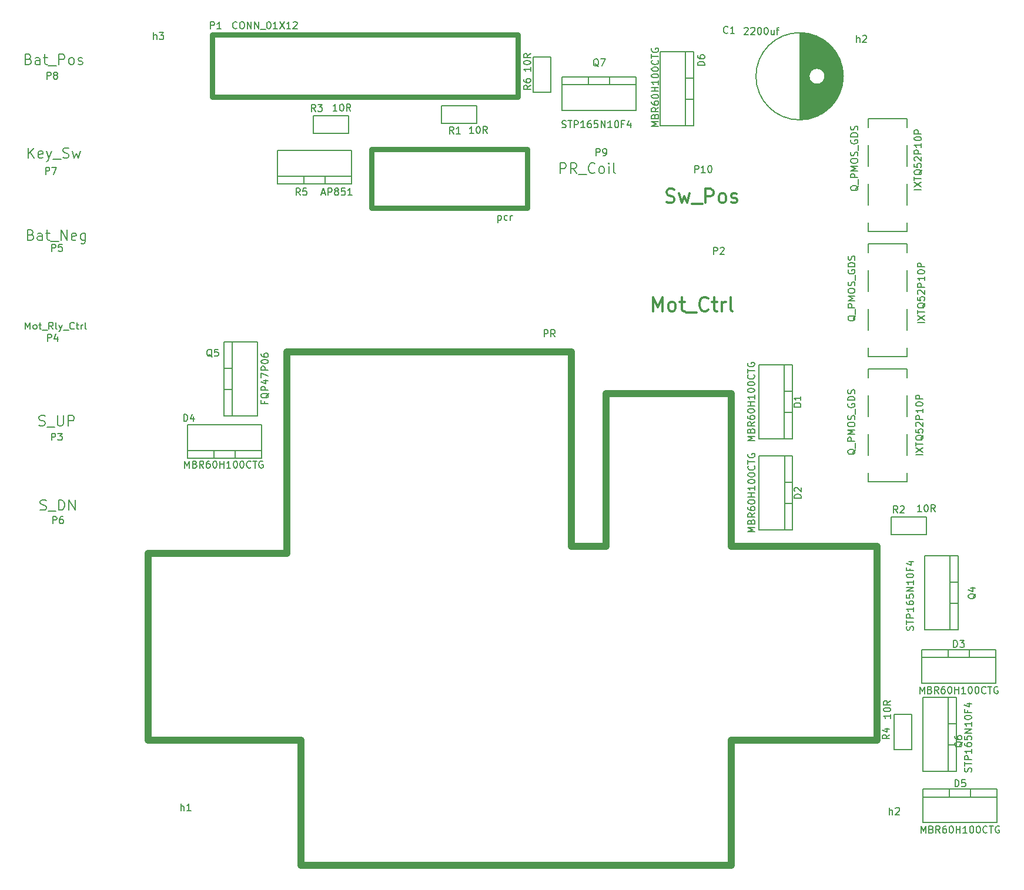
<source format=gbr>
G04 #@! TF.GenerationSoftware,KiCad,Pcbnew,5.1.0-060a0da~80~ubuntu16.04.1*
G04 #@! TF.CreationDate,2019-04-08T13:55:54+05:30*
G04 #@! TF.ProjectId,vcu-power,7663752d-706f-4776-9572-2e6b69636164,rev?*
G04 #@! TF.SameCoordinates,Original*
G04 #@! TF.FileFunction,Legend,Top*
G04 #@! TF.FilePolarity,Positive*
%FSLAX46Y46*%
G04 Gerber Fmt 4.6, Leading zero omitted, Abs format (unit mm)*
G04 Created by KiCad (PCBNEW 5.1.0-060a0da~80~ubuntu16.04.1) date 2019-04-08 13:55:54*
%MOMM*%
%LPD*%
G04 APERTURE LIST*
%ADD10C,0.150000*%
%ADD11C,0.200000*%
%ADD12C,1.000000*%
%ADD13C,0.800000*%
%ADD14C,0.300000*%
G04 APERTURE END LIST*
D10*
X77679761Y-76172619D02*
X77584523Y-76125000D01*
X77489285Y-76029761D01*
X77346428Y-75886904D01*
X77251190Y-75839285D01*
X77155952Y-75839285D01*
X77203571Y-76077380D02*
X77108333Y-76029761D01*
X77013095Y-75934523D01*
X76965476Y-75744047D01*
X76965476Y-75410714D01*
X77013095Y-75220238D01*
X77108333Y-75125000D01*
X77203571Y-75077380D01*
X77394047Y-75077380D01*
X77489285Y-75125000D01*
X77584523Y-75220238D01*
X77632142Y-75410714D01*
X77632142Y-75744047D01*
X77584523Y-75934523D01*
X77489285Y-76029761D01*
X77394047Y-76077380D01*
X77203571Y-76077380D01*
X78536904Y-75077380D02*
X78060714Y-75077380D01*
X78013095Y-75553571D01*
X78060714Y-75505952D01*
X78155952Y-75458333D01*
X78394047Y-75458333D01*
X78489285Y-75505952D01*
X78536904Y-75553571D01*
X78584523Y-75648809D01*
X78584523Y-75886904D01*
X78536904Y-75982142D01*
X78489285Y-76029761D01*
X78394047Y-76077380D01*
X78155952Y-76077380D01*
X78060714Y-76029761D01*
X78013095Y-75982142D01*
X175392380Y-127680476D02*
X175392380Y-128251904D01*
X175392380Y-127966190D02*
X174392380Y-127966190D01*
X174535238Y-128061428D01*
X174630476Y-128156666D01*
X174678095Y-128251904D01*
X174392380Y-127061428D02*
X174392380Y-126966190D01*
X174440000Y-126870952D01*
X174487619Y-126823333D01*
X174582857Y-126775714D01*
X174773333Y-126728095D01*
X175011428Y-126728095D01*
X175201904Y-126775714D01*
X175297142Y-126823333D01*
X175344761Y-126870952D01*
X175392380Y-126966190D01*
X175392380Y-127061428D01*
X175344761Y-127156666D01*
X175297142Y-127204285D01*
X175201904Y-127251904D01*
X175011428Y-127299523D01*
X174773333Y-127299523D01*
X174582857Y-127251904D01*
X174487619Y-127204285D01*
X174440000Y-127156666D01*
X174392380Y-127061428D01*
X175392380Y-125728095D02*
X174916190Y-126061428D01*
X175392380Y-126299523D02*
X174392380Y-126299523D01*
X174392380Y-125918571D01*
X174440000Y-125823333D01*
X174487619Y-125775714D01*
X174582857Y-125728095D01*
X174725714Y-125728095D01*
X174820952Y-125775714D01*
X174868571Y-125823333D01*
X174916190Y-125918571D01*
X174916190Y-126299523D01*
D11*
X51242857Y-33252857D02*
X51457142Y-33324285D01*
X51528571Y-33395714D01*
X51600000Y-33538571D01*
X51600000Y-33752857D01*
X51528571Y-33895714D01*
X51457142Y-33967142D01*
X51314285Y-34038571D01*
X50742857Y-34038571D01*
X50742857Y-32538571D01*
X51242857Y-32538571D01*
X51385714Y-32610000D01*
X51457142Y-32681428D01*
X51528571Y-32824285D01*
X51528571Y-32967142D01*
X51457142Y-33110000D01*
X51385714Y-33181428D01*
X51242857Y-33252857D01*
X50742857Y-33252857D01*
X52885714Y-34038571D02*
X52885714Y-33252857D01*
X52814285Y-33110000D01*
X52671428Y-33038571D01*
X52385714Y-33038571D01*
X52242857Y-33110000D01*
X52885714Y-33967142D02*
X52742857Y-34038571D01*
X52385714Y-34038571D01*
X52242857Y-33967142D01*
X52171428Y-33824285D01*
X52171428Y-33681428D01*
X52242857Y-33538571D01*
X52385714Y-33467142D01*
X52742857Y-33467142D01*
X52885714Y-33395714D01*
X53385714Y-33038571D02*
X53957142Y-33038571D01*
X53600000Y-32538571D02*
X53600000Y-33824285D01*
X53671428Y-33967142D01*
X53814285Y-34038571D01*
X53957142Y-34038571D01*
X54100000Y-34181428D02*
X55242857Y-34181428D01*
X55600000Y-34038571D02*
X55600000Y-32538571D01*
X56171428Y-32538571D01*
X56314285Y-32610000D01*
X56385714Y-32681428D01*
X56457142Y-32824285D01*
X56457142Y-33038571D01*
X56385714Y-33181428D01*
X56314285Y-33252857D01*
X56171428Y-33324285D01*
X55600000Y-33324285D01*
X57314285Y-34038571D02*
X57171428Y-33967142D01*
X57100000Y-33895714D01*
X57028571Y-33752857D01*
X57028571Y-33324285D01*
X57100000Y-33181428D01*
X57171428Y-33110000D01*
X57314285Y-33038571D01*
X57528571Y-33038571D01*
X57671428Y-33110000D01*
X57742857Y-33181428D01*
X57814285Y-33324285D01*
X57814285Y-33752857D01*
X57742857Y-33895714D01*
X57671428Y-33967142D01*
X57528571Y-34038571D01*
X57314285Y-34038571D01*
X58385714Y-33967142D02*
X58528571Y-34038571D01*
X58814285Y-34038571D01*
X58957142Y-33967142D01*
X59028571Y-33824285D01*
X59028571Y-33752857D01*
X58957142Y-33610000D01*
X58814285Y-33538571D01*
X58600000Y-33538571D01*
X58457142Y-33467142D01*
X58385714Y-33324285D01*
X58385714Y-33252857D01*
X58457142Y-33110000D01*
X58600000Y-33038571D01*
X58814285Y-33038571D01*
X58957142Y-33110000D01*
D10*
X183876000Y-138452000D02*
X183876000Y-139595000D01*
X186924000Y-138452000D02*
X186924000Y-139595000D01*
X190734000Y-139595000D02*
X190734000Y-143278000D01*
X190734000Y-143278000D02*
X180066000Y-143278000D01*
X180066000Y-143278000D02*
X180066000Y-139595000D01*
X190734000Y-138452000D02*
X190734000Y-139595000D01*
X190734000Y-139595000D02*
X180066000Y-139595000D01*
X180066000Y-139595000D02*
X180066000Y-138452000D01*
X185400000Y-138452000D02*
X180066000Y-138452000D01*
X185400000Y-138452000D02*
X190734000Y-138452000D01*
D12*
X152450000Y-149450000D02*
X152450000Y-131450000D01*
X152450000Y-149450000D02*
X90450000Y-149450000D01*
X90450000Y-149450000D02*
X90450000Y-131450000D01*
X88450000Y-104450000D02*
X68450000Y-104450000D01*
X68450000Y-104450000D02*
X68450000Y-131450000D01*
X134450000Y-103450000D02*
X129450000Y-103450000D01*
X129450000Y-103450000D02*
X129450000Y-75450000D01*
X129450000Y-75450000D02*
X88450000Y-75450000D01*
X88450000Y-75450000D02*
X88450000Y-104450000D01*
X152450000Y-103450000D02*
X152450000Y-81450000D01*
X152450000Y-81450000D02*
X134450000Y-81450000D01*
X134450000Y-81450000D02*
X134450000Y-103450000D01*
X173450000Y-117450000D02*
X173450000Y-131450000D01*
X173450000Y-117450000D02*
X173450000Y-103450000D01*
X173450000Y-131450000D02*
X152450000Y-131450000D01*
X173450000Y-103450000D02*
X152450000Y-103450000D01*
X90450000Y-131450000D02*
X68450000Y-131450000D01*
D13*
X121700000Y-29700000D02*
X77700000Y-29700000D01*
X77700000Y-29700000D02*
X77700000Y-38700000D01*
X77700000Y-38700000D02*
X121700000Y-38700000D01*
X121700000Y-38700000D02*
X121700000Y-29700000D01*
X123100000Y-54700000D02*
X100600000Y-54700000D01*
X100600000Y-54700000D02*
X100600000Y-46200000D01*
X100600000Y-46200000D02*
X123100000Y-46200000D01*
X123100000Y-46200000D02*
X123100000Y-54700000D01*
D10*
X162375000Y-29475000D02*
X162375000Y-41975000D01*
X162515000Y-29479000D02*
X162515000Y-41971000D01*
X162655000Y-29485000D02*
X162655000Y-41965000D01*
X162795000Y-29495000D02*
X162795000Y-41955000D01*
X162935000Y-29507000D02*
X162935000Y-41943000D01*
X163075000Y-29523000D02*
X163075000Y-41927000D01*
X163215000Y-29542000D02*
X163215000Y-41908000D01*
X163355000Y-29565000D02*
X163355000Y-41885000D01*
X163495000Y-29590000D02*
X163495000Y-41860000D01*
X163635000Y-29619000D02*
X163635000Y-41831000D01*
X163775000Y-29652000D02*
X163775000Y-35204000D01*
X163775000Y-36246000D02*
X163775000Y-41798000D01*
X163915000Y-29687000D02*
X163915000Y-34991000D01*
X163915000Y-36459000D02*
X163915000Y-41763000D01*
X164055000Y-29726000D02*
X164055000Y-34849000D01*
X164055000Y-36601000D02*
X164055000Y-41724000D01*
X164195000Y-29769000D02*
X164195000Y-34747000D01*
X164195000Y-36703000D02*
X164195000Y-41681000D01*
X164335000Y-29816000D02*
X164335000Y-34673000D01*
X164335000Y-36777000D02*
X164335000Y-41634000D01*
X164475000Y-29866000D02*
X164475000Y-34622000D01*
X164475000Y-36828000D02*
X164475000Y-41584000D01*
X164615000Y-29920000D02*
X164615000Y-34590000D01*
X164615000Y-36860000D02*
X164615000Y-41530000D01*
X164755000Y-29977000D02*
X164755000Y-34576000D01*
X164755000Y-36874000D02*
X164755000Y-41473000D01*
X164895000Y-30039000D02*
X164895000Y-34579000D01*
X164895000Y-36871000D02*
X164895000Y-41411000D01*
X165035000Y-30105000D02*
X165035000Y-34599000D01*
X165035000Y-36851000D02*
X165035000Y-41345000D01*
X165175000Y-30176000D02*
X165175000Y-34638000D01*
X165175000Y-36812000D02*
X165175000Y-41274000D01*
X165315000Y-30250000D02*
X165315000Y-34697000D01*
X165315000Y-36753000D02*
X165315000Y-41200000D01*
X165455000Y-30330000D02*
X165455000Y-34780000D01*
X165455000Y-36670000D02*
X165455000Y-41120000D01*
X165595000Y-30414000D02*
X165595000Y-34894000D01*
X165595000Y-36556000D02*
X165595000Y-41036000D01*
X165735000Y-30504000D02*
X165735000Y-35055000D01*
X165735000Y-36395000D02*
X165735000Y-40946000D01*
X165875000Y-30598000D02*
X165875000Y-35316000D01*
X165875000Y-36134000D02*
X165875000Y-40852000D01*
X166015000Y-30699000D02*
X166015000Y-40751000D01*
X166155000Y-30806000D02*
X166155000Y-40644000D01*
X166295000Y-30918000D02*
X166295000Y-40532000D01*
X166435000Y-31038000D02*
X166435000Y-40412000D01*
X166575000Y-31166000D02*
X166575000Y-40284000D01*
X166715000Y-31301000D02*
X166715000Y-40149000D01*
X166855000Y-31445000D02*
X166855000Y-40005000D01*
X166995000Y-31600000D02*
X166995000Y-39850000D01*
X167135000Y-31765000D02*
X167135000Y-39685000D01*
X167275000Y-31942000D02*
X167275000Y-39508000D01*
X167415000Y-32133000D02*
X167415000Y-39317000D01*
X167555000Y-32342000D02*
X167555000Y-39108000D01*
X167695000Y-32570000D02*
X167695000Y-38880000D01*
X167835000Y-32822000D02*
X167835000Y-38628000D01*
X167975000Y-33106000D02*
X167975000Y-38344000D01*
X168115000Y-33434000D02*
X168115000Y-38016000D01*
X168255000Y-33828000D02*
X168255000Y-37622000D01*
X168395000Y-34342000D02*
X168395000Y-37108000D01*
X168535000Y-35292000D02*
X168535000Y-36158000D01*
X165950000Y-35725000D02*
G75*
G03X165950000Y-35725000I-1150000J0D01*
G01*
X168587500Y-35725000D02*
G75*
G03X168587500Y-35725000I-6287500J0D01*
G01*
X161238000Y-81103460D02*
X160095000Y-81103460D01*
X161238000Y-84151460D02*
X160095000Y-84151460D01*
X160095000Y-87961460D02*
X156412000Y-87961460D01*
X156412000Y-87961460D02*
X156412000Y-77293460D01*
X156412000Y-77293460D02*
X160095000Y-77293460D01*
X161238000Y-87961460D02*
X160095000Y-87961460D01*
X160095000Y-87961460D02*
X160095000Y-77293460D01*
X160095000Y-77293460D02*
X161238000Y-77293460D01*
X161238000Y-82627460D02*
X161238000Y-77293460D01*
X161238000Y-82627460D02*
X161238000Y-87961460D01*
X161290000Y-94234000D02*
X160147000Y-94234000D01*
X161290000Y-97282000D02*
X160147000Y-97282000D01*
X160147000Y-101092000D02*
X156464000Y-101092000D01*
X156464000Y-101092000D02*
X156464000Y-90424000D01*
X156464000Y-90424000D02*
X160147000Y-90424000D01*
X161290000Y-101092000D02*
X160147000Y-101092000D01*
X160147000Y-101092000D02*
X160147000Y-90424000D01*
X160147000Y-90424000D02*
X161290000Y-90424000D01*
X161290000Y-95758000D02*
X161290000Y-90424000D01*
X161290000Y-95758000D02*
X161290000Y-101092000D01*
X183676000Y-118352000D02*
X183676000Y-119495000D01*
X186724000Y-118352000D02*
X186724000Y-119495000D01*
X190534000Y-119495000D02*
X190534000Y-123178000D01*
X190534000Y-123178000D02*
X179866000Y-123178000D01*
X179866000Y-123178000D02*
X179866000Y-119495000D01*
X190534000Y-118352000D02*
X190534000Y-119495000D01*
X190534000Y-119495000D02*
X179866000Y-119495000D01*
X179866000Y-119495000D02*
X179866000Y-118352000D01*
X185200000Y-118352000D02*
X179866000Y-118352000D01*
X185200000Y-118352000D02*
X190534000Y-118352000D01*
X80999000Y-90798000D02*
X80999000Y-89655000D01*
X77951000Y-90798000D02*
X77951000Y-89655000D01*
X74141000Y-89655000D02*
X74141000Y-85972000D01*
X74141000Y-85972000D02*
X84809000Y-85972000D01*
X84809000Y-85972000D02*
X84809000Y-89655000D01*
X74141000Y-90798000D02*
X74141000Y-89655000D01*
X74141000Y-89655000D02*
X84809000Y-89655000D01*
X84809000Y-89655000D02*
X84809000Y-90798000D01*
X79475000Y-90798000D02*
X84809000Y-90798000D01*
X79475000Y-90798000D02*
X74141000Y-90798000D01*
X147008000Y-35973460D02*
X145865000Y-35973460D01*
X147008000Y-39021460D02*
X145865000Y-39021460D01*
X145865000Y-42831460D02*
X142182000Y-42831460D01*
X142182000Y-42831460D02*
X142182000Y-32163460D01*
X142182000Y-32163460D02*
X145865000Y-32163460D01*
X147008000Y-42831460D02*
X145865000Y-42831460D01*
X145865000Y-42831460D02*
X145865000Y-32163460D01*
X145865000Y-32163460D02*
X147008000Y-32163460D01*
X147008000Y-37497460D02*
X147008000Y-32163460D01*
X147008000Y-37497460D02*
X147008000Y-42831460D01*
X172206000Y-74858000D02*
X172206000Y-76128000D01*
X172206000Y-69270000D02*
X172206000Y-72318000D01*
X172206000Y-63682000D02*
X172206000Y-66730000D01*
X172206000Y-61142000D02*
X172206000Y-59872000D01*
X177794000Y-74858000D02*
X177794000Y-76128000D01*
X177794000Y-69270000D02*
X177794000Y-72318000D01*
X177794000Y-63682000D02*
X177794000Y-66730000D01*
X177794000Y-61142000D02*
X177794000Y-59872000D01*
X172206000Y-76128000D02*
X177794000Y-76128000D01*
X177794000Y-59872000D02*
X172206000Y-59872000D01*
X172206000Y-92858000D02*
X172206000Y-94128000D01*
X172206000Y-87270000D02*
X172206000Y-90318000D01*
X172206000Y-81682000D02*
X172206000Y-84730000D01*
X172206000Y-79142000D02*
X172206000Y-77872000D01*
X177794000Y-92858000D02*
X177794000Y-94128000D01*
X177794000Y-87270000D02*
X177794000Y-90318000D01*
X177794000Y-81682000D02*
X177794000Y-84730000D01*
X177794000Y-79142000D02*
X177794000Y-77872000D01*
X172206000Y-94128000D02*
X177794000Y-94128000D01*
X177794000Y-77872000D02*
X172206000Y-77872000D01*
X172206000Y-56858000D02*
X172206000Y-58128000D01*
X172206000Y-51270000D02*
X172206000Y-54318000D01*
X172206000Y-45682000D02*
X172206000Y-48730000D01*
X172206000Y-43142000D02*
X172206000Y-41872000D01*
X177794000Y-56858000D02*
X177794000Y-58128000D01*
X177794000Y-51270000D02*
X177794000Y-54318000D01*
X177794000Y-45682000D02*
X177794000Y-48730000D01*
X177794000Y-43142000D02*
X177794000Y-41872000D01*
X172206000Y-58128000D02*
X177794000Y-58128000D01*
X177794000Y-41872000D02*
X172206000Y-41872000D01*
X185098000Y-108676000D02*
X183955000Y-108676000D01*
X185098000Y-111724000D02*
X183955000Y-111724000D01*
X183955000Y-115534000D02*
X180272000Y-115534000D01*
X180272000Y-115534000D02*
X180272000Y-104866000D01*
X180272000Y-104866000D02*
X183955000Y-104866000D01*
X185098000Y-115534000D02*
X183955000Y-115534000D01*
X183955000Y-115534000D02*
X183955000Y-104866000D01*
X183955000Y-104866000D02*
X185098000Y-104866000D01*
X185098000Y-110200000D02*
X185098000Y-104866000D01*
X185098000Y-110200000D02*
X185098000Y-115534000D01*
X79422000Y-80834000D02*
X80565000Y-80834000D01*
X79422000Y-77786000D02*
X80565000Y-77786000D01*
X80565000Y-73976000D02*
X84248000Y-73976000D01*
X84248000Y-73976000D02*
X84248000Y-84644000D01*
X84248000Y-84644000D02*
X80565000Y-84644000D01*
X79422000Y-73976000D02*
X80565000Y-73976000D01*
X80565000Y-73976000D02*
X80565000Y-84644000D01*
X80565000Y-84644000D02*
X79422000Y-84644000D01*
X79422000Y-79310000D02*
X79422000Y-84644000D01*
X79422000Y-79310000D02*
X79422000Y-73976000D01*
X184848000Y-129076000D02*
X183705000Y-129076000D01*
X184848000Y-132124000D02*
X183705000Y-132124000D01*
X183705000Y-135934000D02*
X180022000Y-135934000D01*
X180022000Y-135934000D02*
X180022000Y-125266000D01*
X180022000Y-125266000D02*
X183705000Y-125266000D01*
X184848000Y-135934000D02*
X183705000Y-135934000D01*
X183705000Y-135934000D02*
X183705000Y-125266000D01*
X183705000Y-125266000D02*
X184848000Y-125266000D01*
X184848000Y-130600000D02*
X184848000Y-125266000D01*
X184848000Y-130600000D02*
X184848000Y-135934000D01*
X131916000Y-35822000D02*
X131916000Y-36965000D01*
X134964000Y-35822000D02*
X134964000Y-36965000D01*
X138774000Y-36965000D02*
X138774000Y-40648000D01*
X138774000Y-40648000D02*
X128106000Y-40648000D01*
X128106000Y-40648000D02*
X128106000Y-36965000D01*
X138774000Y-35822000D02*
X138774000Y-36965000D01*
X138774000Y-36965000D02*
X128106000Y-36965000D01*
X128106000Y-36965000D02*
X128106000Y-35822000D01*
X133440000Y-35822000D02*
X128106000Y-35822000D01*
X133440000Y-35822000D02*
X138774000Y-35822000D01*
X110710000Y-39960000D02*
X115790000Y-39960000D01*
X115790000Y-39960000D02*
X115790000Y-42500000D01*
X115790000Y-42500000D02*
X110710000Y-42500000D01*
X110710000Y-42500000D02*
X110710000Y-39960000D01*
X180530000Y-101810000D02*
X175450000Y-101810000D01*
X175450000Y-101810000D02*
X175450000Y-99270000D01*
X175450000Y-99270000D02*
X180530000Y-99270000D01*
X180530000Y-99270000D02*
X180530000Y-101810000D01*
X92270000Y-41440000D02*
X97350000Y-41440000D01*
X97350000Y-41440000D02*
X97350000Y-43980000D01*
X97350000Y-43980000D02*
X92270000Y-43980000D01*
X92270000Y-43980000D02*
X92270000Y-41440000D01*
X178460000Y-127680000D02*
X178460000Y-132760000D01*
X178460000Y-132760000D02*
X175920000Y-132760000D01*
X175920000Y-132760000D02*
X175920000Y-127680000D01*
X175920000Y-127680000D02*
X178460000Y-127680000D01*
X93924000Y-51248000D02*
X93924000Y-50105000D01*
X90876000Y-51248000D02*
X90876000Y-50105000D01*
X87066000Y-50105000D02*
X87066000Y-46422000D01*
X87066000Y-46422000D02*
X97734000Y-46422000D01*
X97734000Y-46422000D02*
X97734000Y-50105000D01*
X87066000Y-51248000D02*
X87066000Y-50105000D01*
X87066000Y-50105000D02*
X97734000Y-50105000D01*
X97734000Y-50105000D02*
X97734000Y-51248000D01*
X92400000Y-51248000D02*
X97734000Y-51248000D01*
X92400000Y-51248000D02*
X87066000Y-51248000D01*
X123930000Y-38030000D02*
X123930000Y-32950000D01*
X123930000Y-32950000D02*
X126470000Y-32950000D01*
X126470000Y-32950000D02*
X126470000Y-38030000D01*
X126470000Y-38030000D02*
X123930000Y-38030000D01*
X184672064Y-138114440D02*
X184672064Y-137114440D01*
X184910160Y-137114440D01*
X185053017Y-137162060D01*
X185148255Y-137257298D01*
X185195874Y-137352536D01*
X185243493Y-137543012D01*
X185243493Y-137685869D01*
X185195874Y-137876345D01*
X185148255Y-137971583D01*
X185053017Y-138066821D01*
X184910160Y-138114440D01*
X184672064Y-138114440D01*
X186148255Y-137114440D02*
X185672064Y-137114440D01*
X185624445Y-137590631D01*
X185672064Y-137543012D01*
X185767302Y-137495393D01*
X186005398Y-137495393D01*
X186100636Y-137543012D01*
X186148255Y-137590631D01*
X186195874Y-137685869D01*
X186195874Y-137923964D01*
X186148255Y-138019202D01*
X186100636Y-138066821D01*
X186005398Y-138114440D01*
X185767302Y-138114440D01*
X185672064Y-138066821D01*
X185624445Y-138019202D01*
X179801272Y-144792100D02*
X179801272Y-143792100D01*
X180134605Y-144506386D01*
X180467939Y-143792100D01*
X180467939Y-144792100D01*
X181277462Y-144268291D02*
X181420320Y-144315910D01*
X181467939Y-144363529D01*
X181515558Y-144458767D01*
X181515558Y-144601624D01*
X181467939Y-144696862D01*
X181420320Y-144744481D01*
X181325081Y-144792100D01*
X180944129Y-144792100D01*
X180944129Y-143792100D01*
X181277462Y-143792100D01*
X181372700Y-143839720D01*
X181420320Y-143887339D01*
X181467939Y-143982577D01*
X181467939Y-144077815D01*
X181420320Y-144173053D01*
X181372700Y-144220672D01*
X181277462Y-144268291D01*
X180944129Y-144268291D01*
X182515558Y-144792100D02*
X182182224Y-144315910D01*
X181944129Y-144792100D02*
X181944129Y-143792100D01*
X182325081Y-143792100D01*
X182420320Y-143839720D01*
X182467939Y-143887339D01*
X182515558Y-143982577D01*
X182515558Y-144125434D01*
X182467939Y-144220672D01*
X182420320Y-144268291D01*
X182325081Y-144315910D01*
X181944129Y-144315910D01*
X183372700Y-143792100D02*
X183182224Y-143792100D01*
X183086986Y-143839720D01*
X183039367Y-143887339D01*
X182944129Y-144030196D01*
X182896510Y-144220672D01*
X182896510Y-144601624D01*
X182944129Y-144696862D01*
X182991748Y-144744481D01*
X183086986Y-144792100D01*
X183277462Y-144792100D01*
X183372700Y-144744481D01*
X183420320Y-144696862D01*
X183467939Y-144601624D01*
X183467939Y-144363529D01*
X183420320Y-144268291D01*
X183372700Y-144220672D01*
X183277462Y-144173053D01*
X183086986Y-144173053D01*
X182991748Y-144220672D01*
X182944129Y-144268291D01*
X182896510Y-144363529D01*
X184086986Y-143792100D02*
X184182224Y-143792100D01*
X184277462Y-143839720D01*
X184325081Y-143887339D01*
X184372700Y-143982577D01*
X184420320Y-144173053D01*
X184420320Y-144411148D01*
X184372700Y-144601624D01*
X184325081Y-144696862D01*
X184277462Y-144744481D01*
X184182224Y-144792100D01*
X184086986Y-144792100D01*
X183991748Y-144744481D01*
X183944129Y-144696862D01*
X183896510Y-144601624D01*
X183848891Y-144411148D01*
X183848891Y-144173053D01*
X183896510Y-143982577D01*
X183944129Y-143887339D01*
X183991748Y-143839720D01*
X184086986Y-143792100D01*
X184848891Y-144792100D02*
X184848891Y-143792100D01*
X184848891Y-144268291D02*
X185420320Y-144268291D01*
X185420320Y-144792100D02*
X185420320Y-143792100D01*
X186420320Y-144792100D02*
X185848891Y-144792100D01*
X186134605Y-144792100D02*
X186134605Y-143792100D01*
X186039367Y-143934958D01*
X185944129Y-144030196D01*
X185848891Y-144077815D01*
X187039367Y-143792100D02*
X187134605Y-143792100D01*
X187229843Y-143839720D01*
X187277462Y-143887339D01*
X187325081Y-143982577D01*
X187372700Y-144173053D01*
X187372700Y-144411148D01*
X187325081Y-144601624D01*
X187277462Y-144696862D01*
X187229843Y-144744481D01*
X187134605Y-144792100D01*
X187039367Y-144792100D01*
X186944129Y-144744481D01*
X186896510Y-144696862D01*
X186848891Y-144601624D01*
X186801272Y-144411148D01*
X186801272Y-144173053D01*
X186848891Y-143982577D01*
X186896510Y-143887339D01*
X186944129Y-143839720D01*
X187039367Y-143792100D01*
X187991748Y-143792100D02*
X188086986Y-143792100D01*
X188182224Y-143839720D01*
X188229843Y-143887339D01*
X188277462Y-143982577D01*
X188325081Y-144173053D01*
X188325081Y-144411148D01*
X188277462Y-144601624D01*
X188229843Y-144696862D01*
X188182224Y-144744481D01*
X188086986Y-144792100D01*
X187991748Y-144792100D01*
X187896510Y-144744481D01*
X187848891Y-144696862D01*
X187801272Y-144601624D01*
X187753653Y-144411148D01*
X187753653Y-144173053D01*
X187801272Y-143982577D01*
X187848891Y-143887339D01*
X187896510Y-143839720D01*
X187991748Y-143792100D01*
X189325081Y-144696862D02*
X189277462Y-144744481D01*
X189134605Y-144792100D01*
X189039367Y-144792100D01*
X188896510Y-144744481D01*
X188801272Y-144649243D01*
X188753653Y-144554005D01*
X188706034Y-144363529D01*
X188706034Y-144220672D01*
X188753653Y-144030196D01*
X188801272Y-143934958D01*
X188896510Y-143839720D01*
X189039367Y-143792100D01*
X189134605Y-143792100D01*
X189277462Y-143839720D01*
X189325081Y-143887339D01*
X189610796Y-143792100D02*
X190182224Y-143792100D01*
X189896510Y-144792100D02*
X189896510Y-143792100D01*
X191039367Y-143839720D02*
X190944129Y-143792100D01*
X190801272Y-143792100D01*
X190658415Y-143839720D01*
X190563177Y-143934958D01*
X190515558Y-144030196D01*
X190467939Y-144220672D01*
X190467939Y-144363529D01*
X190515558Y-144554005D01*
X190563177Y-144649243D01*
X190658415Y-144744481D01*
X190801272Y-144792100D01*
X190896510Y-144792100D01*
X191039367Y-144744481D01*
X191086986Y-144696862D01*
X191086986Y-144363529D01*
X190896510Y-144363529D01*
X53691904Y-49842380D02*
X53691904Y-48842380D01*
X54072857Y-48842380D01*
X54168095Y-48890000D01*
X54215714Y-48937619D01*
X54263333Y-49032857D01*
X54263333Y-49175714D01*
X54215714Y-49270952D01*
X54168095Y-49318571D01*
X54072857Y-49366190D01*
X53691904Y-49366190D01*
X54596666Y-48842380D02*
X55263333Y-48842380D01*
X54834761Y-49842380D01*
D11*
X51196428Y-47528571D02*
X51196428Y-46028571D01*
X52053571Y-47528571D02*
X51410714Y-46671428D01*
X52053571Y-46028571D02*
X51196428Y-46885714D01*
X53267857Y-47457142D02*
X53125000Y-47528571D01*
X52839285Y-47528571D01*
X52696428Y-47457142D01*
X52625000Y-47314285D01*
X52625000Y-46742857D01*
X52696428Y-46600000D01*
X52839285Y-46528571D01*
X53125000Y-46528571D01*
X53267857Y-46600000D01*
X53339285Y-46742857D01*
X53339285Y-46885714D01*
X52625000Y-47028571D01*
X53839285Y-46528571D02*
X54196428Y-47528571D01*
X54553571Y-46528571D02*
X54196428Y-47528571D01*
X54053571Y-47885714D01*
X53982142Y-47957142D01*
X53839285Y-48028571D01*
X54767857Y-47671428D02*
X55910714Y-47671428D01*
X56196428Y-47457142D02*
X56410714Y-47528571D01*
X56767857Y-47528571D01*
X56910714Y-47457142D01*
X56982142Y-47385714D01*
X57053571Y-47242857D01*
X57053571Y-47100000D01*
X56982142Y-46957142D01*
X56910714Y-46885714D01*
X56767857Y-46814285D01*
X56482142Y-46742857D01*
X56339285Y-46671428D01*
X56267857Y-46600000D01*
X56196428Y-46457142D01*
X56196428Y-46314285D01*
X56267857Y-46171428D01*
X56339285Y-46100000D01*
X56482142Y-46028571D01*
X56839285Y-46028571D01*
X57053571Y-46100000D01*
X57553571Y-46528571D02*
X57839285Y-47528571D01*
X58125000Y-46814285D01*
X58410714Y-47528571D01*
X58696428Y-46528571D01*
D10*
X125498095Y-73272380D02*
X125498095Y-72272380D01*
X125879047Y-72272380D01*
X125974285Y-72320000D01*
X126021904Y-72367619D01*
X126069523Y-72462857D01*
X126069523Y-72605714D01*
X126021904Y-72700952D01*
X125974285Y-72748571D01*
X125879047Y-72796190D01*
X125498095Y-72796190D01*
X127069523Y-73272380D02*
X126736190Y-72796190D01*
X126498095Y-73272380D02*
X126498095Y-72272380D01*
X126879047Y-72272380D01*
X126974285Y-72320000D01*
X127021904Y-72367619D01*
X127069523Y-72462857D01*
X127069523Y-72605714D01*
X127021904Y-72700952D01*
X126974285Y-72748571D01*
X126879047Y-72796190D01*
X126498095Y-72796190D01*
X77451904Y-28892380D02*
X77451904Y-27892380D01*
X77832857Y-27892380D01*
X77928095Y-27940000D01*
X77975714Y-27987619D01*
X78023333Y-28082857D01*
X78023333Y-28225714D01*
X77975714Y-28320952D01*
X77928095Y-28368571D01*
X77832857Y-28416190D01*
X77451904Y-28416190D01*
X78975714Y-28892380D02*
X78404285Y-28892380D01*
X78690000Y-28892380D02*
X78690000Y-27892380D01*
X78594761Y-28035238D01*
X78499523Y-28130476D01*
X78404285Y-28178095D01*
X81266190Y-28767142D02*
X81218571Y-28814761D01*
X81075714Y-28862380D01*
X80980476Y-28862380D01*
X80837619Y-28814761D01*
X80742380Y-28719523D01*
X80694761Y-28624285D01*
X80647142Y-28433809D01*
X80647142Y-28290952D01*
X80694761Y-28100476D01*
X80742380Y-28005238D01*
X80837619Y-27910000D01*
X80980476Y-27862380D01*
X81075714Y-27862380D01*
X81218571Y-27910000D01*
X81266190Y-27957619D01*
X81885238Y-27862380D02*
X82075714Y-27862380D01*
X82170952Y-27910000D01*
X82266190Y-28005238D01*
X82313809Y-28195714D01*
X82313809Y-28529047D01*
X82266190Y-28719523D01*
X82170952Y-28814761D01*
X82075714Y-28862380D01*
X81885238Y-28862380D01*
X81790000Y-28814761D01*
X81694761Y-28719523D01*
X81647142Y-28529047D01*
X81647142Y-28195714D01*
X81694761Y-28005238D01*
X81790000Y-27910000D01*
X81885238Y-27862380D01*
X82742380Y-28862380D02*
X82742380Y-27862380D01*
X83313809Y-28862380D01*
X83313809Y-27862380D01*
X83790000Y-28862380D02*
X83790000Y-27862380D01*
X84361428Y-28862380D01*
X84361428Y-27862380D01*
X84599523Y-28957619D02*
X85361428Y-28957619D01*
X85790000Y-27862380D02*
X85885238Y-27862380D01*
X85980476Y-27910000D01*
X86028095Y-27957619D01*
X86075714Y-28052857D01*
X86123333Y-28243333D01*
X86123333Y-28481428D01*
X86075714Y-28671904D01*
X86028095Y-28767142D01*
X85980476Y-28814761D01*
X85885238Y-28862380D01*
X85790000Y-28862380D01*
X85694761Y-28814761D01*
X85647142Y-28767142D01*
X85599523Y-28671904D01*
X85551904Y-28481428D01*
X85551904Y-28243333D01*
X85599523Y-28052857D01*
X85647142Y-27957619D01*
X85694761Y-27910000D01*
X85790000Y-27862380D01*
X87075714Y-28862380D02*
X86504285Y-28862380D01*
X86790000Y-28862380D02*
X86790000Y-27862380D01*
X86694761Y-28005238D01*
X86599523Y-28100476D01*
X86504285Y-28148095D01*
X87409047Y-27862380D02*
X88075714Y-28862380D01*
X88075714Y-27862380D02*
X87409047Y-28862380D01*
X88980476Y-28862380D02*
X88409047Y-28862380D01*
X88694761Y-28862380D02*
X88694761Y-27862380D01*
X88599523Y-28005238D01*
X88504285Y-28100476D01*
X88409047Y-28148095D01*
X89361428Y-27957619D02*
X89409047Y-27910000D01*
X89504285Y-27862380D01*
X89742380Y-27862380D01*
X89837619Y-27910000D01*
X89885238Y-27957619D01*
X89932857Y-28052857D01*
X89932857Y-28148095D01*
X89885238Y-28290952D01*
X89313809Y-28862380D01*
X89932857Y-28862380D01*
X118877619Y-55785714D02*
X118877619Y-56785714D01*
X118877619Y-55833333D02*
X118972857Y-55785714D01*
X119163333Y-55785714D01*
X119258571Y-55833333D01*
X119306190Y-55880952D01*
X119353809Y-55976190D01*
X119353809Y-56261904D01*
X119306190Y-56357142D01*
X119258571Y-56404761D01*
X119163333Y-56452380D01*
X118972857Y-56452380D01*
X118877619Y-56404761D01*
X120210952Y-56404761D02*
X120115714Y-56452380D01*
X119925238Y-56452380D01*
X119830000Y-56404761D01*
X119782380Y-56357142D01*
X119734761Y-56261904D01*
X119734761Y-55976190D01*
X119782380Y-55880952D01*
X119830000Y-55833333D01*
X119925238Y-55785714D01*
X120115714Y-55785714D01*
X120210952Y-55833333D01*
X120639523Y-56452380D02*
X120639523Y-55785714D01*
X120639523Y-55976190D02*
X120687142Y-55880952D01*
X120734761Y-55833333D01*
X120830000Y-55785714D01*
X120925238Y-55785714D01*
X147185714Y-49602380D02*
X147185714Y-48602380D01*
X147566666Y-48602380D01*
X147661904Y-48650000D01*
X147709523Y-48697619D01*
X147757142Y-48792857D01*
X147757142Y-48935714D01*
X147709523Y-49030952D01*
X147661904Y-49078571D01*
X147566666Y-49126190D01*
X147185714Y-49126190D01*
X148709523Y-49602380D02*
X148138095Y-49602380D01*
X148423809Y-49602380D02*
X148423809Y-48602380D01*
X148328571Y-48745238D01*
X148233333Y-48840476D01*
X148138095Y-48888095D01*
X149328571Y-48602380D02*
X149423809Y-48602380D01*
X149519047Y-48650000D01*
X149566666Y-48697619D01*
X149614285Y-48792857D01*
X149661904Y-48983333D01*
X149661904Y-49221428D01*
X149614285Y-49411904D01*
X149566666Y-49507142D01*
X149519047Y-49554761D01*
X149423809Y-49602380D01*
X149328571Y-49602380D01*
X149233333Y-49554761D01*
X149185714Y-49507142D01*
X149138095Y-49411904D01*
X149090476Y-49221428D01*
X149090476Y-48983333D01*
X149138095Y-48792857D01*
X149185714Y-48697619D01*
X149233333Y-48650000D01*
X149328571Y-48602380D01*
D14*
X143129761Y-53859523D02*
X143415476Y-53954761D01*
X143891666Y-53954761D01*
X144082142Y-53859523D01*
X144177380Y-53764285D01*
X144272619Y-53573809D01*
X144272619Y-53383333D01*
X144177380Y-53192857D01*
X144082142Y-53097619D01*
X143891666Y-53002380D01*
X143510714Y-52907142D01*
X143320238Y-52811904D01*
X143225000Y-52716666D01*
X143129761Y-52526190D01*
X143129761Y-52335714D01*
X143225000Y-52145238D01*
X143320238Y-52050000D01*
X143510714Y-51954761D01*
X143986904Y-51954761D01*
X144272619Y-52050000D01*
X144939285Y-52621428D02*
X145320238Y-53954761D01*
X145701190Y-53002380D01*
X146082142Y-53954761D01*
X146463095Y-52621428D01*
X146748809Y-54145238D02*
X148272619Y-54145238D01*
X148748809Y-53954761D02*
X148748809Y-51954761D01*
X149510714Y-51954761D01*
X149701190Y-52050000D01*
X149796428Y-52145238D01*
X149891666Y-52335714D01*
X149891666Y-52621428D01*
X149796428Y-52811904D01*
X149701190Y-52907142D01*
X149510714Y-53002380D01*
X148748809Y-53002380D01*
X151034523Y-53954761D02*
X150844047Y-53859523D01*
X150748809Y-53764285D01*
X150653571Y-53573809D01*
X150653571Y-53002380D01*
X150748809Y-52811904D01*
X150844047Y-52716666D01*
X151034523Y-52621428D01*
X151320238Y-52621428D01*
X151510714Y-52716666D01*
X151605952Y-52811904D01*
X151701190Y-53002380D01*
X151701190Y-53573809D01*
X151605952Y-53764285D01*
X151510714Y-53859523D01*
X151320238Y-53954761D01*
X151034523Y-53954761D01*
X152463095Y-53859523D02*
X152653571Y-53954761D01*
X153034523Y-53954761D01*
X153225000Y-53859523D01*
X153320238Y-53669047D01*
X153320238Y-53573809D01*
X153225000Y-53383333D01*
X153034523Y-53288095D01*
X152748809Y-53288095D01*
X152558333Y-53192857D01*
X152463095Y-53002380D01*
X152463095Y-52907142D01*
X152558333Y-52716666D01*
X152748809Y-52621428D01*
X153034523Y-52621428D01*
X153225000Y-52716666D01*
D10*
X53881904Y-36122380D02*
X53881904Y-35122380D01*
X54262857Y-35122380D01*
X54358095Y-35170000D01*
X54405714Y-35217619D01*
X54453333Y-35312857D01*
X54453333Y-35455714D01*
X54405714Y-35550952D01*
X54358095Y-35598571D01*
X54262857Y-35646190D01*
X53881904Y-35646190D01*
X55024761Y-35550952D02*
X54929523Y-35503333D01*
X54881904Y-35455714D01*
X54834285Y-35360476D01*
X54834285Y-35312857D01*
X54881904Y-35217619D01*
X54929523Y-35170000D01*
X55024761Y-35122380D01*
X55215238Y-35122380D01*
X55310476Y-35170000D01*
X55358095Y-35217619D01*
X55405714Y-35312857D01*
X55405714Y-35360476D01*
X55358095Y-35455714D01*
X55310476Y-35503333D01*
X55215238Y-35550952D01*
X55024761Y-35550952D01*
X54929523Y-35598571D01*
X54881904Y-35646190D01*
X54834285Y-35741428D01*
X54834285Y-35931904D01*
X54881904Y-36027142D01*
X54929523Y-36074761D01*
X55024761Y-36122380D01*
X55215238Y-36122380D01*
X55310476Y-36074761D01*
X55358095Y-36027142D01*
X55405714Y-35931904D01*
X55405714Y-35741428D01*
X55358095Y-35646190D01*
X55310476Y-35598571D01*
X55215238Y-35550952D01*
X73199523Y-141562380D02*
X73199523Y-140562380D01*
X73628095Y-141562380D02*
X73628095Y-141038571D01*
X73580476Y-140943333D01*
X73485238Y-140895714D01*
X73342380Y-140895714D01*
X73247142Y-140943333D01*
X73199523Y-140990952D01*
X74628095Y-141562380D02*
X74056666Y-141562380D01*
X74342380Y-141562380D02*
X74342380Y-140562380D01*
X74247142Y-140705238D01*
X74151904Y-140800476D01*
X74056666Y-140848095D01*
X175259523Y-142132380D02*
X175259523Y-141132380D01*
X175688095Y-142132380D02*
X175688095Y-141608571D01*
X175640476Y-141513333D01*
X175545238Y-141465714D01*
X175402380Y-141465714D01*
X175307142Y-141513333D01*
X175259523Y-141560952D01*
X176116666Y-141227619D02*
X176164285Y-141180000D01*
X176259523Y-141132380D01*
X176497619Y-141132380D01*
X176592857Y-141180000D01*
X176640476Y-141227619D01*
X176688095Y-141322857D01*
X176688095Y-141418095D01*
X176640476Y-141560952D01*
X176069047Y-142132380D01*
X176688095Y-142132380D01*
X69269523Y-30422380D02*
X69269523Y-29422380D01*
X69698095Y-30422380D02*
X69698095Y-29898571D01*
X69650476Y-29803333D01*
X69555238Y-29755714D01*
X69412380Y-29755714D01*
X69317142Y-29803333D01*
X69269523Y-29850952D01*
X70079047Y-29422380D02*
X70698095Y-29422380D01*
X70364761Y-29803333D01*
X70507619Y-29803333D01*
X70602857Y-29850952D01*
X70650476Y-29898571D01*
X70698095Y-29993809D01*
X70698095Y-30231904D01*
X70650476Y-30327142D01*
X70602857Y-30374761D01*
X70507619Y-30422380D01*
X70221904Y-30422380D01*
X70126666Y-30374761D01*
X70079047Y-30327142D01*
X170529523Y-30832380D02*
X170529523Y-29832380D01*
X170958095Y-30832380D02*
X170958095Y-30308571D01*
X170910476Y-30213333D01*
X170815238Y-30165714D01*
X170672380Y-30165714D01*
X170577142Y-30213333D01*
X170529523Y-30260952D01*
X171386666Y-29927619D02*
X171434285Y-29880000D01*
X171529523Y-29832380D01*
X171767619Y-29832380D01*
X171862857Y-29880000D01*
X171910476Y-29927619D01*
X171958095Y-30022857D01*
X171958095Y-30118095D01*
X171910476Y-30260952D01*
X171339047Y-30832380D01*
X171958095Y-30832380D01*
X151953333Y-29437142D02*
X151905714Y-29484761D01*
X151762857Y-29532380D01*
X151667619Y-29532380D01*
X151524761Y-29484761D01*
X151429523Y-29389523D01*
X151381904Y-29294285D01*
X151334285Y-29103809D01*
X151334285Y-28960952D01*
X151381904Y-28770476D01*
X151429523Y-28675238D01*
X151524761Y-28580000D01*
X151667619Y-28532380D01*
X151762857Y-28532380D01*
X151905714Y-28580000D01*
X151953333Y-28627619D01*
X152905714Y-29532380D02*
X152334285Y-29532380D01*
X152620000Y-29532380D02*
X152620000Y-28532380D01*
X152524761Y-28675238D01*
X152429523Y-28770476D01*
X152334285Y-28818095D01*
X154327619Y-28787619D02*
X154375238Y-28740000D01*
X154470476Y-28692380D01*
X154708571Y-28692380D01*
X154803809Y-28740000D01*
X154851428Y-28787619D01*
X154899047Y-28882857D01*
X154899047Y-28978095D01*
X154851428Y-29120952D01*
X154280000Y-29692380D01*
X154899047Y-29692380D01*
X155280000Y-28787619D02*
X155327619Y-28740000D01*
X155422857Y-28692380D01*
X155660952Y-28692380D01*
X155756190Y-28740000D01*
X155803809Y-28787619D01*
X155851428Y-28882857D01*
X155851428Y-28978095D01*
X155803809Y-29120952D01*
X155232380Y-29692380D01*
X155851428Y-29692380D01*
X156470476Y-28692380D02*
X156565714Y-28692380D01*
X156660952Y-28740000D01*
X156708571Y-28787619D01*
X156756190Y-28882857D01*
X156803809Y-29073333D01*
X156803809Y-29311428D01*
X156756190Y-29501904D01*
X156708571Y-29597142D01*
X156660952Y-29644761D01*
X156565714Y-29692380D01*
X156470476Y-29692380D01*
X156375238Y-29644761D01*
X156327619Y-29597142D01*
X156280000Y-29501904D01*
X156232380Y-29311428D01*
X156232380Y-29073333D01*
X156280000Y-28882857D01*
X156327619Y-28787619D01*
X156375238Y-28740000D01*
X156470476Y-28692380D01*
X157422857Y-28692380D02*
X157518095Y-28692380D01*
X157613333Y-28740000D01*
X157660952Y-28787619D01*
X157708571Y-28882857D01*
X157756190Y-29073333D01*
X157756190Y-29311428D01*
X157708571Y-29501904D01*
X157660952Y-29597142D01*
X157613333Y-29644761D01*
X157518095Y-29692380D01*
X157422857Y-29692380D01*
X157327619Y-29644761D01*
X157280000Y-29597142D01*
X157232380Y-29501904D01*
X157184761Y-29311428D01*
X157184761Y-29073333D01*
X157232380Y-28882857D01*
X157280000Y-28787619D01*
X157327619Y-28740000D01*
X157422857Y-28692380D01*
X158613333Y-29025714D02*
X158613333Y-29692380D01*
X158184761Y-29025714D02*
X158184761Y-29549523D01*
X158232380Y-29644761D01*
X158327619Y-29692380D01*
X158470476Y-29692380D01*
X158565714Y-29644761D01*
X158613333Y-29597142D01*
X158946666Y-29025714D02*
X159327619Y-29025714D01*
X159089523Y-29692380D02*
X159089523Y-28835238D01*
X159137142Y-28740000D01*
X159232380Y-28692380D01*
X159327619Y-28692380D01*
X162480320Y-83375715D02*
X161480320Y-83375715D01*
X161480320Y-83137620D01*
X161527940Y-82994762D01*
X161623178Y-82899524D01*
X161718416Y-82851905D01*
X161908892Y-82804286D01*
X162051749Y-82804286D01*
X162242225Y-82851905D01*
X162337463Y-82899524D01*
X162432701Y-82994762D01*
X162480320Y-83137620D01*
X162480320Y-83375715D01*
X162480320Y-81851905D02*
X162480320Y-82423334D01*
X162480320Y-82137620D02*
X161480320Y-82137620D01*
X161623178Y-82232858D01*
X161718416Y-82328096D01*
X161766035Y-82423334D01*
X155802660Y-88266827D02*
X154802660Y-88266827D01*
X155516946Y-87933494D01*
X154802660Y-87600160D01*
X155802660Y-87600160D01*
X155278851Y-86790637D02*
X155326470Y-86647780D01*
X155374089Y-86600160D01*
X155469327Y-86552541D01*
X155612184Y-86552541D01*
X155707422Y-86600160D01*
X155755041Y-86647780D01*
X155802660Y-86743018D01*
X155802660Y-87123970D01*
X154802660Y-87123970D01*
X154802660Y-86790637D01*
X154850280Y-86695399D01*
X154897899Y-86647780D01*
X154993137Y-86600160D01*
X155088375Y-86600160D01*
X155183613Y-86647780D01*
X155231232Y-86695399D01*
X155278851Y-86790637D01*
X155278851Y-87123970D01*
X155802660Y-85552541D02*
X155326470Y-85885875D01*
X155802660Y-86123970D02*
X154802660Y-86123970D01*
X154802660Y-85743018D01*
X154850280Y-85647780D01*
X154897899Y-85600160D01*
X154993137Y-85552541D01*
X155135994Y-85552541D01*
X155231232Y-85600160D01*
X155278851Y-85647780D01*
X155326470Y-85743018D01*
X155326470Y-86123970D01*
X154802660Y-84695399D02*
X154802660Y-84885875D01*
X154850280Y-84981113D01*
X154897899Y-85028732D01*
X155040756Y-85123970D01*
X155231232Y-85171589D01*
X155612184Y-85171589D01*
X155707422Y-85123970D01*
X155755041Y-85076351D01*
X155802660Y-84981113D01*
X155802660Y-84790637D01*
X155755041Y-84695399D01*
X155707422Y-84647780D01*
X155612184Y-84600160D01*
X155374089Y-84600160D01*
X155278851Y-84647780D01*
X155231232Y-84695399D01*
X155183613Y-84790637D01*
X155183613Y-84981113D01*
X155231232Y-85076351D01*
X155278851Y-85123970D01*
X155374089Y-85171589D01*
X154802660Y-83981113D02*
X154802660Y-83885875D01*
X154850280Y-83790637D01*
X154897899Y-83743018D01*
X154993137Y-83695399D01*
X155183613Y-83647780D01*
X155421708Y-83647780D01*
X155612184Y-83695399D01*
X155707422Y-83743018D01*
X155755041Y-83790637D01*
X155802660Y-83885875D01*
X155802660Y-83981113D01*
X155755041Y-84076351D01*
X155707422Y-84123970D01*
X155612184Y-84171589D01*
X155421708Y-84219208D01*
X155183613Y-84219208D01*
X154993137Y-84171589D01*
X154897899Y-84123970D01*
X154850280Y-84076351D01*
X154802660Y-83981113D01*
X155802660Y-83219208D02*
X154802660Y-83219208D01*
X155278851Y-83219208D02*
X155278851Y-82647780D01*
X155802660Y-82647780D02*
X154802660Y-82647780D01*
X155802660Y-81647780D02*
X155802660Y-82219208D01*
X155802660Y-81933494D02*
X154802660Y-81933494D01*
X154945518Y-82028732D01*
X155040756Y-82123970D01*
X155088375Y-82219208D01*
X154802660Y-81028732D02*
X154802660Y-80933494D01*
X154850280Y-80838256D01*
X154897899Y-80790637D01*
X154993137Y-80743018D01*
X155183613Y-80695399D01*
X155421708Y-80695399D01*
X155612184Y-80743018D01*
X155707422Y-80790637D01*
X155755041Y-80838256D01*
X155802660Y-80933494D01*
X155802660Y-81028732D01*
X155755041Y-81123970D01*
X155707422Y-81171589D01*
X155612184Y-81219208D01*
X155421708Y-81266827D01*
X155183613Y-81266827D01*
X154993137Y-81219208D01*
X154897899Y-81171589D01*
X154850280Y-81123970D01*
X154802660Y-81028732D01*
X154802660Y-80076351D02*
X154802660Y-79981113D01*
X154850280Y-79885875D01*
X154897899Y-79838256D01*
X154993137Y-79790637D01*
X155183613Y-79743018D01*
X155421708Y-79743018D01*
X155612184Y-79790637D01*
X155707422Y-79838256D01*
X155755041Y-79885875D01*
X155802660Y-79981113D01*
X155802660Y-80076351D01*
X155755041Y-80171589D01*
X155707422Y-80219208D01*
X155612184Y-80266827D01*
X155421708Y-80314446D01*
X155183613Y-80314446D01*
X154993137Y-80266827D01*
X154897899Y-80219208D01*
X154850280Y-80171589D01*
X154802660Y-80076351D01*
X155707422Y-78743018D02*
X155755041Y-78790637D01*
X155802660Y-78933494D01*
X155802660Y-79028732D01*
X155755041Y-79171589D01*
X155659803Y-79266827D01*
X155564565Y-79314446D01*
X155374089Y-79362065D01*
X155231232Y-79362065D01*
X155040756Y-79314446D01*
X154945518Y-79266827D01*
X154850280Y-79171589D01*
X154802660Y-79028732D01*
X154802660Y-78933494D01*
X154850280Y-78790637D01*
X154897899Y-78743018D01*
X154802660Y-78457303D02*
X154802660Y-77885875D01*
X155802660Y-78171589D02*
X154802660Y-78171589D01*
X154850280Y-77028732D02*
X154802660Y-77123970D01*
X154802660Y-77266827D01*
X154850280Y-77409684D01*
X154945518Y-77504922D01*
X155040756Y-77552541D01*
X155231232Y-77600160D01*
X155374089Y-77600160D01*
X155564565Y-77552541D01*
X155659803Y-77504922D01*
X155755041Y-77409684D01*
X155802660Y-77266827D01*
X155802660Y-77171589D01*
X155755041Y-77028732D01*
X155707422Y-76981113D01*
X155374089Y-76981113D01*
X155374089Y-77171589D01*
X162532320Y-96506255D02*
X161532320Y-96506255D01*
X161532320Y-96268160D01*
X161579940Y-96125302D01*
X161675178Y-96030064D01*
X161770416Y-95982445D01*
X161960892Y-95934826D01*
X162103749Y-95934826D01*
X162294225Y-95982445D01*
X162389463Y-96030064D01*
X162484701Y-96125302D01*
X162532320Y-96268160D01*
X162532320Y-96506255D01*
X161627559Y-95553874D02*
X161579940Y-95506255D01*
X161532320Y-95411017D01*
X161532320Y-95172921D01*
X161579940Y-95077683D01*
X161627559Y-95030064D01*
X161722797Y-94982445D01*
X161818035Y-94982445D01*
X161960892Y-95030064D01*
X162532320Y-95601493D01*
X162532320Y-94982445D01*
X155854660Y-101397367D02*
X154854660Y-101397367D01*
X155568946Y-101064034D01*
X154854660Y-100730700D01*
X155854660Y-100730700D01*
X155330851Y-99921177D02*
X155378470Y-99778320D01*
X155426089Y-99730700D01*
X155521327Y-99683081D01*
X155664184Y-99683081D01*
X155759422Y-99730700D01*
X155807041Y-99778320D01*
X155854660Y-99873558D01*
X155854660Y-100254510D01*
X154854660Y-100254510D01*
X154854660Y-99921177D01*
X154902280Y-99825939D01*
X154949899Y-99778320D01*
X155045137Y-99730700D01*
X155140375Y-99730700D01*
X155235613Y-99778320D01*
X155283232Y-99825939D01*
X155330851Y-99921177D01*
X155330851Y-100254510D01*
X155854660Y-98683081D02*
X155378470Y-99016415D01*
X155854660Y-99254510D02*
X154854660Y-99254510D01*
X154854660Y-98873558D01*
X154902280Y-98778320D01*
X154949899Y-98730700D01*
X155045137Y-98683081D01*
X155187994Y-98683081D01*
X155283232Y-98730700D01*
X155330851Y-98778320D01*
X155378470Y-98873558D01*
X155378470Y-99254510D01*
X154854660Y-97825939D02*
X154854660Y-98016415D01*
X154902280Y-98111653D01*
X154949899Y-98159272D01*
X155092756Y-98254510D01*
X155283232Y-98302129D01*
X155664184Y-98302129D01*
X155759422Y-98254510D01*
X155807041Y-98206891D01*
X155854660Y-98111653D01*
X155854660Y-97921177D01*
X155807041Y-97825939D01*
X155759422Y-97778320D01*
X155664184Y-97730700D01*
X155426089Y-97730700D01*
X155330851Y-97778320D01*
X155283232Y-97825939D01*
X155235613Y-97921177D01*
X155235613Y-98111653D01*
X155283232Y-98206891D01*
X155330851Y-98254510D01*
X155426089Y-98302129D01*
X154854660Y-97111653D02*
X154854660Y-97016415D01*
X154902280Y-96921177D01*
X154949899Y-96873558D01*
X155045137Y-96825939D01*
X155235613Y-96778320D01*
X155473708Y-96778320D01*
X155664184Y-96825939D01*
X155759422Y-96873558D01*
X155807041Y-96921177D01*
X155854660Y-97016415D01*
X155854660Y-97111653D01*
X155807041Y-97206891D01*
X155759422Y-97254510D01*
X155664184Y-97302129D01*
X155473708Y-97349748D01*
X155235613Y-97349748D01*
X155045137Y-97302129D01*
X154949899Y-97254510D01*
X154902280Y-97206891D01*
X154854660Y-97111653D01*
X155854660Y-96349748D02*
X154854660Y-96349748D01*
X155330851Y-96349748D02*
X155330851Y-95778320D01*
X155854660Y-95778320D02*
X154854660Y-95778320D01*
X155854660Y-94778320D02*
X155854660Y-95349748D01*
X155854660Y-95064034D02*
X154854660Y-95064034D01*
X154997518Y-95159272D01*
X155092756Y-95254510D01*
X155140375Y-95349748D01*
X154854660Y-94159272D02*
X154854660Y-94064034D01*
X154902280Y-93968796D01*
X154949899Y-93921177D01*
X155045137Y-93873558D01*
X155235613Y-93825939D01*
X155473708Y-93825939D01*
X155664184Y-93873558D01*
X155759422Y-93921177D01*
X155807041Y-93968796D01*
X155854660Y-94064034D01*
X155854660Y-94159272D01*
X155807041Y-94254510D01*
X155759422Y-94302129D01*
X155664184Y-94349748D01*
X155473708Y-94397367D01*
X155235613Y-94397367D01*
X155045137Y-94349748D01*
X154949899Y-94302129D01*
X154902280Y-94254510D01*
X154854660Y-94159272D01*
X154854660Y-93206891D02*
X154854660Y-93111653D01*
X154902280Y-93016415D01*
X154949899Y-92968796D01*
X155045137Y-92921177D01*
X155235613Y-92873558D01*
X155473708Y-92873558D01*
X155664184Y-92921177D01*
X155759422Y-92968796D01*
X155807041Y-93016415D01*
X155854660Y-93111653D01*
X155854660Y-93206891D01*
X155807041Y-93302129D01*
X155759422Y-93349748D01*
X155664184Y-93397367D01*
X155473708Y-93444986D01*
X155235613Y-93444986D01*
X155045137Y-93397367D01*
X154949899Y-93349748D01*
X154902280Y-93302129D01*
X154854660Y-93206891D01*
X155759422Y-91873558D02*
X155807041Y-91921177D01*
X155854660Y-92064034D01*
X155854660Y-92159272D01*
X155807041Y-92302129D01*
X155711803Y-92397367D01*
X155616565Y-92444986D01*
X155426089Y-92492605D01*
X155283232Y-92492605D01*
X155092756Y-92444986D01*
X154997518Y-92397367D01*
X154902280Y-92302129D01*
X154854660Y-92159272D01*
X154854660Y-92064034D01*
X154902280Y-91921177D01*
X154949899Y-91873558D01*
X154854660Y-91587843D02*
X154854660Y-91016415D01*
X155854660Y-91302129D02*
X154854660Y-91302129D01*
X154902280Y-90159272D02*
X154854660Y-90254510D01*
X154854660Y-90397367D01*
X154902280Y-90540224D01*
X154997518Y-90635462D01*
X155092756Y-90683081D01*
X155283232Y-90730700D01*
X155426089Y-90730700D01*
X155616565Y-90683081D01*
X155711803Y-90635462D01*
X155807041Y-90540224D01*
X155854660Y-90397367D01*
X155854660Y-90302129D01*
X155807041Y-90159272D01*
X155759422Y-90111653D01*
X155426089Y-90111653D01*
X155426089Y-90302129D01*
X184472064Y-118014440D02*
X184472064Y-117014440D01*
X184710160Y-117014440D01*
X184853017Y-117062060D01*
X184948255Y-117157298D01*
X184995874Y-117252536D01*
X185043493Y-117443012D01*
X185043493Y-117585869D01*
X184995874Y-117776345D01*
X184948255Y-117871583D01*
X184853017Y-117966821D01*
X184710160Y-118014440D01*
X184472064Y-118014440D01*
X185376826Y-117014440D02*
X185995874Y-117014440D01*
X185662540Y-117395393D01*
X185805398Y-117395393D01*
X185900636Y-117443012D01*
X185948255Y-117490631D01*
X185995874Y-117585869D01*
X185995874Y-117823964D01*
X185948255Y-117919202D01*
X185900636Y-117966821D01*
X185805398Y-118014440D01*
X185519683Y-118014440D01*
X185424445Y-117966821D01*
X185376826Y-117919202D01*
X179601272Y-124692100D02*
X179601272Y-123692100D01*
X179934605Y-124406386D01*
X180267939Y-123692100D01*
X180267939Y-124692100D01*
X181077462Y-124168291D02*
X181220320Y-124215910D01*
X181267939Y-124263529D01*
X181315558Y-124358767D01*
X181315558Y-124501624D01*
X181267939Y-124596862D01*
X181220320Y-124644481D01*
X181125081Y-124692100D01*
X180744129Y-124692100D01*
X180744129Y-123692100D01*
X181077462Y-123692100D01*
X181172700Y-123739720D01*
X181220320Y-123787339D01*
X181267939Y-123882577D01*
X181267939Y-123977815D01*
X181220320Y-124073053D01*
X181172700Y-124120672D01*
X181077462Y-124168291D01*
X180744129Y-124168291D01*
X182315558Y-124692100D02*
X181982224Y-124215910D01*
X181744129Y-124692100D02*
X181744129Y-123692100D01*
X182125081Y-123692100D01*
X182220320Y-123739720D01*
X182267939Y-123787339D01*
X182315558Y-123882577D01*
X182315558Y-124025434D01*
X182267939Y-124120672D01*
X182220320Y-124168291D01*
X182125081Y-124215910D01*
X181744129Y-124215910D01*
X183172700Y-123692100D02*
X182982224Y-123692100D01*
X182886986Y-123739720D01*
X182839367Y-123787339D01*
X182744129Y-123930196D01*
X182696510Y-124120672D01*
X182696510Y-124501624D01*
X182744129Y-124596862D01*
X182791748Y-124644481D01*
X182886986Y-124692100D01*
X183077462Y-124692100D01*
X183172700Y-124644481D01*
X183220320Y-124596862D01*
X183267939Y-124501624D01*
X183267939Y-124263529D01*
X183220320Y-124168291D01*
X183172700Y-124120672D01*
X183077462Y-124073053D01*
X182886986Y-124073053D01*
X182791748Y-124120672D01*
X182744129Y-124168291D01*
X182696510Y-124263529D01*
X183886986Y-123692100D02*
X183982224Y-123692100D01*
X184077462Y-123739720D01*
X184125081Y-123787339D01*
X184172700Y-123882577D01*
X184220320Y-124073053D01*
X184220320Y-124311148D01*
X184172700Y-124501624D01*
X184125081Y-124596862D01*
X184077462Y-124644481D01*
X183982224Y-124692100D01*
X183886986Y-124692100D01*
X183791748Y-124644481D01*
X183744129Y-124596862D01*
X183696510Y-124501624D01*
X183648891Y-124311148D01*
X183648891Y-124073053D01*
X183696510Y-123882577D01*
X183744129Y-123787339D01*
X183791748Y-123739720D01*
X183886986Y-123692100D01*
X184648891Y-124692100D02*
X184648891Y-123692100D01*
X184648891Y-124168291D02*
X185220320Y-124168291D01*
X185220320Y-124692100D02*
X185220320Y-123692100D01*
X186220320Y-124692100D02*
X185648891Y-124692100D01*
X185934605Y-124692100D02*
X185934605Y-123692100D01*
X185839367Y-123834958D01*
X185744129Y-123930196D01*
X185648891Y-123977815D01*
X186839367Y-123692100D02*
X186934605Y-123692100D01*
X187029843Y-123739720D01*
X187077462Y-123787339D01*
X187125081Y-123882577D01*
X187172700Y-124073053D01*
X187172700Y-124311148D01*
X187125081Y-124501624D01*
X187077462Y-124596862D01*
X187029843Y-124644481D01*
X186934605Y-124692100D01*
X186839367Y-124692100D01*
X186744129Y-124644481D01*
X186696510Y-124596862D01*
X186648891Y-124501624D01*
X186601272Y-124311148D01*
X186601272Y-124073053D01*
X186648891Y-123882577D01*
X186696510Y-123787339D01*
X186744129Y-123739720D01*
X186839367Y-123692100D01*
X187791748Y-123692100D02*
X187886986Y-123692100D01*
X187982224Y-123739720D01*
X188029843Y-123787339D01*
X188077462Y-123882577D01*
X188125081Y-124073053D01*
X188125081Y-124311148D01*
X188077462Y-124501624D01*
X188029843Y-124596862D01*
X187982224Y-124644481D01*
X187886986Y-124692100D01*
X187791748Y-124692100D01*
X187696510Y-124644481D01*
X187648891Y-124596862D01*
X187601272Y-124501624D01*
X187553653Y-124311148D01*
X187553653Y-124073053D01*
X187601272Y-123882577D01*
X187648891Y-123787339D01*
X187696510Y-123739720D01*
X187791748Y-123692100D01*
X189125081Y-124596862D02*
X189077462Y-124644481D01*
X188934605Y-124692100D01*
X188839367Y-124692100D01*
X188696510Y-124644481D01*
X188601272Y-124549243D01*
X188553653Y-124454005D01*
X188506034Y-124263529D01*
X188506034Y-124120672D01*
X188553653Y-123930196D01*
X188601272Y-123834958D01*
X188696510Y-123739720D01*
X188839367Y-123692100D01*
X188934605Y-123692100D01*
X189077462Y-123739720D01*
X189125081Y-123787339D01*
X189410796Y-123692100D02*
X189982224Y-123692100D01*
X189696510Y-124692100D02*
X189696510Y-123692100D01*
X190839367Y-123739720D02*
X190744129Y-123692100D01*
X190601272Y-123692100D01*
X190458415Y-123739720D01*
X190363177Y-123834958D01*
X190315558Y-123930196D01*
X190267939Y-124120672D01*
X190267939Y-124263529D01*
X190315558Y-124454005D01*
X190363177Y-124549243D01*
X190458415Y-124644481D01*
X190601272Y-124692100D01*
X190696510Y-124692100D01*
X190839367Y-124644481D01*
X190886986Y-124596862D01*
X190886986Y-124263529D01*
X190696510Y-124263529D01*
X73596904Y-85447380D02*
X73596904Y-84447380D01*
X73835000Y-84447380D01*
X73977857Y-84495000D01*
X74073095Y-84590238D01*
X74120714Y-84685476D01*
X74168333Y-84875952D01*
X74168333Y-85018809D01*
X74120714Y-85209285D01*
X74073095Y-85304523D01*
X73977857Y-85399761D01*
X73835000Y-85447380D01*
X73596904Y-85447380D01*
X75025476Y-84780714D02*
X75025476Y-85447380D01*
X74787380Y-84399761D02*
X74549285Y-85114047D01*
X75168333Y-85114047D01*
X73740952Y-92172380D02*
X73740952Y-91172380D01*
X74074285Y-91886666D01*
X74407619Y-91172380D01*
X74407619Y-92172380D01*
X75217142Y-91648571D02*
X75360000Y-91696190D01*
X75407619Y-91743809D01*
X75455238Y-91839047D01*
X75455238Y-91981904D01*
X75407619Y-92077142D01*
X75360000Y-92124761D01*
X75264761Y-92172380D01*
X74883809Y-92172380D01*
X74883809Y-91172380D01*
X75217142Y-91172380D01*
X75312380Y-91220000D01*
X75360000Y-91267619D01*
X75407619Y-91362857D01*
X75407619Y-91458095D01*
X75360000Y-91553333D01*
X75312380Y-91600952D01*
X75217142Y-91648571D01*
X74883809Y-91648571D01*
X76455238Y-92172380D02*
X76121904Y-91696190D01*
X75883809Y-92172380D02*
X75883809Y-91172380D01*
X76264761Y-91172380D01*
X76360000Y-91220000D01*
X76407619Y-91267619D01*
X76455238Y-91362857D01*
X76455238Y-91505714D01*
X76407619Y-91600952D01*
X76360000Y-91648571D01*
X76264761Y-91696190D01*
X75883809Y-91696190D01*
X77312380Y-91172380D02*
X77121904Y-91172380D01*
X77026666Y-91220000D01*
X76979047Y-91267619D01*
X76883809Y-91410476D01*
X76836190Y-91600952D01*
X76836190Y-91981904D01*
X76883809Y-92077142D01*
X76931428Y-92124761D01*
X77026666Y-92172380D01*
X77217142Y-92172380D01*
X77312380Y-92124761D01*
X77360000Y-92077142D01*
X77407619Y-91981904D01*
X77407619Y-91743809D01*
X77360000Y-91648571D01*
X77312380Y-91600952D01*
X77217142Y-91553333D01*
X77026666Y-91553333D01*
X76931428Y-91600952D01*
X76883809Y-91648571D01*
X76836190Y-91743809D01*
X78026666Y-91172380D02*
X78121904Y-91172380D01*
X78217142Y-91220000D01*
X78264761Y-91267619D01*
X78312380Y-91362857D01*
X78360000Y-91553333D01*
X78360000Y-91791428D01*
X78312380Y-91981904D01*
X78264761Y-92077142D01*
X78217142Y-92124761D01*
X78121904Y-92172380D01*
X78026666Y-92172380D01*
X77931428Y-92124761D01*
X77883809Y-92077142D01*
X77836190Y-91981904D01*
X77788571Y-91791428D01*
X77788571Y-91553333D01*
X77836190Y-91362857D01*
X77883809Y-91267619D01*
X77931428Y-91220000D01*
X78026666Y-91172380D01*
X78788571Y-92172380D02*
X78788571Y-91172380D01*
X78788571Y-91648571D02*
X79360000Y-91648571D01*
X79360000Y-92172380D02*
X79360000Y-91172380D01*
X80360000Y-92172380D02*
X79788571Y-92172380D01*
X80074285Y-92172380D02*
X80074285Y-91172380D01*
X79979047Y-91315238D01*
X79883809Y-91410476D01*
X79788571Y-91458095D01*
X80979047Y-91172380D02*
X81074285Y-91172380D01*
X81169523Y-91220000D01*
X81217142Y-91267619D01*
X81264761Y-91362857D01*
X81312380Y-91553333D01*
X81312380Y-91791428D01*
X81264761Y-91981904D01*
X81217142Y-92077142D01*
X81169523Y-92124761D01*
X81074285Y-92172380D01*
X80979047Y-92172380D01*
X80883809Y-92124761D01*
X80836190Y-92077142D01*
X80788571Y-91981904D01*
X80740952Y-91791428D01*
X80740952Y-91553333D01*
X80788571Y-91362857D01*
X80836190Y-91267619D01*
X80883809Y-91220000D01*
X80979047Y-91172380D01*
X81931428Y-91172380D02*
X82026666Y-91172380D01*
X82121904Y-91220000D01*
X82169523Y-91267619D01*
X82217142Y-91362857D01*
X82264761Y-91553333D01*
X82264761Y-91791428D01*
X82217142Y-91981904D01*
X82169523Y-92077142D01*
X82121904Y-92124761D01*
X82026666Y-92172380D01*
X81931428Y-92172380D01*
X81836190Y-92124761D01*
X81788571Y-92077142D01*
X81740952Y-91981904D01*
X81693333Y-91791428D01*
X81693333Y-91553333D01*
X81740952Y-91362857D01*
X81788571Y-91267619D01*
X81836190Y-91220000D01*
X81931428Y-91172380D01*
X83264761Y-92077142D02*
X83217142Y-92124761D01*
X83074285Y-92172380D01*
X82979047Y-92172380D01*
X82836190Y-92124761D01*
X82740952Y-92029523D01*
X82693333Y-91934285D01*
X82645714Y-91743809D01*
X82645714Y-91600952D01*
X82693333Y-91410476D01*
X82740952Y-91315238D01*
X82836190Y-91220000D01*
X82979047Y-91172380D01*
X83074285Y-91172380D01*
X83217142Y-91220000D01*
X83264761Y-91267619D01*
X83550476Y-91172380D02*
X84121904Y-91172380D01*
X83836190Y-92172380D02*
X83836190Y-91172380D01*
X84979047Y-91220000D02*
X84883809Y-91172380D01*
X84740952Y-91172380D01*
X84598095Y-91220000D01*
X84502857Y-91315238D01*
X84455238Y-91410476D01*
X84407619Y-91600952D01*
X84407619Y-91743809D01*
X84455238Y-91934285D01*
X84502857Y-92029523D01*
X84598095Y-92124761D01*
X84740952Y-92172380D01*
X84836190Y-92172380D01*
X84979047Y-92124761D01*
X85026666Y-92077142D01*
X85026666Y-91743809D01*
X84836190Y-91743809D01*
X148602380Y-34163095D02*
X147602380Y-34163095D01*
X147602380Y-33925000D01*
X147650000Y-33782142D01*
X147745238Y-33686904D01*
X147840476Y-33639285D01*
X148030952Y-33591666D01*
X148173809Y-33591666D01*
X148364285Y-33639285D01*
X148459523Y-33686904D01*
X148554761Y-33782142D01*
X148602380Y-33925000D01*
X148602380Y-34163095D01*
X147602380Y-32734523D02*
X147602380Y-32925000D01*
X147650000Y-33020238D01*
X147697619Y-33067857D01*
X147840476Y-33163095D01*
X148030952Y-33210714D01*
X148411904Y-33210714D01*
X148507142Y-33163095D01*
X148554761Y-33115476D01*
X148602380Y-33020238D01*
X148602380Y-32829761D01*
X148554761Y-32734523D01*
X148507142Y-32686904D01*
X148411904Y-32639285D01*
X148173809Y-32639285D01*
X148078571Y-32686904D01*
X148030952Y-32734523D01*
X147983333Y-32829761D01*
X147983333Y-33020238D01*
X148030952Y-33115476D01*
X148078571Y-33163095D01*
X148173809Y-33210714D01*
X141977380Y-42944047D02*
X140977380Y-42944047D01*
X141691666Y-42610714D01*
X140977380Y-42277380D01*
X141977380Y-42277380D01*
X141453571Y-41467857D02*
X141501190Y-41325000D01*
X141548809Y-41277380D01*
X141644047Y-41229761D01*
X141786904Y-41229761D01*
X141882142Y-41277380D01*
X141929761Y-41325000D01*
X141977380Y-41420238D01*
X141977380Y-41801190D01*
X140977380Y-41801190D01*
X140977380Y-41467857D01*
X141025000Y-41372619D01*
X141072619Y-41325000D01*
X141167857Y-41277380D01*
X141263095Y-41277380D01*
X141358333Y-41325000D01*
X141405952Y-41372619D01*
X141453571Y-41467857D01*
X141453571Y-41801190D01*
X141977380Y-40229761D02*
X141501190Y-40563095D01*
X141977380Y-40801190D02*
X140977380Y-40801190D01*
X140977380Y-40420238D01*
X141025000Y-40325000D01*
X141072619Y-40277380D01*
X141167857Y-40229761D01*
X141310714Y-40229761D01*
X141405952Y-40277380D01*
X141453571Y-40325000D01*
X141501190Y-40420238D01*
X141501190Y-40801190D01*
X140977380Y-39372619D02*
X140977380Y-39563095D01*
X141025000Y-39658333D01*
X141072619Y-39705952D01*
X141215476Y-39801190D01*
X141405952Y-39848809D01*
X141786904Y-39848809D01*
X141882142Y-39801190D01*
X141929761Y-39753571D01*
X141977380Y-39658333D01*
X141977380Y-39467857D01*
X141929761Y-39372619D01*
X141882142Y-39325000D01*
X141786904Y-39277380D01*
X141548809Y-39277380D01*
X141453571Y-39325000D01*
X141405952Y-39372619D01*
X141358333Y-39467857D01*
X141358333Y-39658333D01*
X141405952Y-39753571D01*
X141453571Y-39801190D01*
X141548809Y-39848809D01*
X140977380Y-38658333D02*
X140977380Y-38563095D01*
X141025000Y-38467857D01*
X141072619Y-38420238D01*
X141167857Y-38372619D01*
X141358333Y-38325000D01*
X141596428Y-38325000D01*
X141786904Y-38372619D01*
X141882142Y-38420238D01*
X141929761Y-38467857D01*
X141977380Y-38563095D01*
X141977380Y-38658333D01*
X141929761Y-38753571D01*
X141882142Y-38801190D01*
X141786904Y-38848809D01*
X141596428Y-38896428D01*
X141358333Y-38896428D01*
X141167857Y-38848809D01*
X141072619Y-38801190D01*
X141025000Y-38753571D01*
X140977380Y-38658333D01*
X141977380Y-37896428D02*
X140977380Y-37896428D01*
X141453571Y-37896428D02*
X141453571Y-37325000D01*
X141977380Y-37325000D02*
X140977380Y-37325000D01*
X141977380Y-36325000D02*
X141977380Y-36896428D01*
X141977380Y-36610714D02*
X140977380Y-36610714D01*
X141120238Y-36705952D01*
X141215476Y-36801190D01*
X141263095Y-36896428D01*
X140977380Y-35705952D02*
X140977380Y-35610714D01*
X141025000Y-35515476D01*
X141072619Y-35467857D01*
X141167857Y-35420238D01*
X141358333Y-35372619D01*
X141596428Y-35372619D01*
X141786904Y-35420238D01*
X141882142Y-35467857D01*
X141929761Y-35515476D01*
X141977380Y-35610714D01*
X141977380Y-35705952D01*
X141929761Y-35801190D01*
X141882142Y-35848809D01*
X141786904Y-35896428D01*
X141596428Y-35944047D01*
X141358333Y-35944047D01*
X141167857Y-35896428D01*
X141072619Y-35848809D01*
X141025000Y-35801190D01*
X140977380Y-35705952D01*
X140977380Y-34753571D02*
X140977380Y-34658333D01*
X141025000Y-34563095D01*
X141072619Y-34515476D01*
X141167857Y-34467857D01*
X141358333Y-34420238D01*
X141596428Y-34420238D01*
X141786904Y-34467857D01*
X141882142Y-34515476D01*
X141929761Y-34563095D01*
X141977380Y-34658333D01*
X141977380Y-34753571D01*
X141929761Y-34848809D01*
X141882142Y-34896428D01*
X141786904Y-34944047D01*
X141596428Y-34991666D01*
X141358333Y-34991666D01*
X141167857Y-34944047D01*
X141072619Y-34896428D01*
X141025000Y-34848809D01*
X140977380Y-34753571D01*
X141882142Y-33420238D02*
X141929761Y-33467857D01*
X141977380Y-33610714D01*
X141977380Y-33705952D01*
X141929761Y-33848809D01*
X141834523Y-33944047D01*
X141739285Y-33991666D01*
X141548809Y-34039285D01*
X141405952Y-34039285D01*
X141215476Y-33991666D01*
X141120238Y-33944047D01*
X141025000Y-33848809D01*
X140977380Y-33705952D01*
X140977380Y-33610714D01*
X141025000Y-33467857D01*
X141072619Y-33420238D01*
X140977380Y-33134523D02*
X140977380Y-32563095D01*
X141977380Y-32848809D02*
X140977380Y-32848809D01*
X141025000Y-31705952D02*
X140977380Y-31801190D01*
X140977380Y-31944047D01*
X141025000Y-32086904D01*
X141120238Y-32182142D01*
X141215476Y-32229761D01*
X141405952Y-32277380D01*
X141548809Y-32277380D01*
X141739285Y-32229761D01*
X141834523Y-32182142D01*
X141929761Y-32086904D01*
X141977380Y-31944047D01*
X141977380Y-31848809D01*
X141929761Y-31705952D01*
X141882142Y-31658333D01*
X141548809Y-31658333D01*
X141548809Y-31848809D01*
X149901904Y-61382380D02*
X149901904Y-60382380D01*
X150282857Y-60382380D01*
X150378095Y-60430000D01*
X150425714Y-60477619D01*
X150473333Y-60572857D01*
X150473333Y-60715714D01*
X150425714Y-60810952D01*
X150378095Y-60858571D01*
X150282857Y-60906190D01*
X149901904Y-60906190D01*
X150854285Y-60477619D02*
X150901904Y-60430000D01*
X150997142Y-60382380D01*
X151235238Y-60382380D01*
X151330476Y-60430000D01*
X151378095Y-60477619D01*
X151425714Y-60572857D01*
X151425714Y-60668095D01*
X151378095Y-60810952D01*
X150806666Y-61382380D01*
X151425714Y-61382380D01*
D14*
X141205952Y-69579761D02*
X141205952Y-67579761D01*
X141872619Y-69008333D01*
X142539285Y-67579761D01*
X142539285Y-69579761D01*
X143777380Y-69579761D02*
X143586904Y-69484523D01*
X143491666Y-69389285D01*
X143396428Y-69198809D01*
X143396428Y-68627380D01*
X143491666Y-68436904D01*
X143586904Y-68341666D01*
X143777380Y-68246428D01*
X144063095Y-68246428D01*
X144253571Y-68341666D01*
X144348809Y-68436904D01*
X144444047Y-68627380D01*
X144444047Y-69198809D01*
X144348809Y-69389285D01*
X144253571Y-69484523D01*
X144063095Y-69579761D01*
X143777380Y-69579761D01*
X145015476Y-68246428D02*
X145777380Y-68246428D01*
X145301190Y-67579761D02*
X145301190Y-69294047D01*
X145396428Y-69484523D01*
X145586904Y-69579761D01*
X145777380Y-69579761D01*
X145967857Y-69770238D02*
X147491666Y-69770238D01*
X149110714Y-69389285D02*
X149015476Y-69484523D01*
X148729761Y-69579761D01*
X148539285Y-69579761D01*
X148253571Y-69484523D01*
X148063095Y-69294047D01*
X147967857Y-69103571D01*
X147872619Y-68722619D01*
X147872619Y-68436904D01*
X147967857Y-68055952D01*
X148063095Y-67865476D01*
X148253571Y-67675000D01*
X148539285Y-67579761D01*
X148729761Y-67579761D01*
X149015476Y-67675000D01*
X149110714Y-67770238D01*
X149682142Y-68246428D02*
X150444047Y-68246428D01*
X149967857Y-67579761D02*
X149967857Y-69294047D01*
X150063095Y-69484523D01*
X150253571Y-69579761D01*
X150444047Y-69579761D01*
X151110714Y-69579761D02*
X151110714Y-68246428D01*
X151110714Y-68627380D02*
X151205952Y-68436904D01*
X151301190Y-68341666D01*
X151491666Y-68246428D01*
X151682142Y-68246428D01*
X152634523Y-69579761D02*
X152444047Y-69484523D01*
X152348809Y-69294047D01*
X152348809Y-67579761D01*
D10*
X54551904Y-88182380D02*
X54551904Y-87182380D01*
X54932857Y-87182380D01*
X55028095Y-87230000D01*
X55075714Y-87277619D01*
X55123333Y-87372857D01*
X55123333Y-87515714D01*
X55075714Y-87610952D01*
X55028095Y-87658571D01*
X54932857Y-87706190D01*
X54551904Y-87706190D01*
X55456666Y-87182380D02*
X56075714Y-87182380D01*
X55742380Y-87563333D01*
X55885238Y-87563333D01*
X55980476Y-87610952D01*
X56028095Y-87658571D01*
X56075714Y-87753809D01*
X56075714Y-87991904D01*
X56028095Y-88087142D01*
X55980476Y-88134761D01*
X55885238Y-88182380D01*
X55599523Y-88182380D01*
X55504285Y-88134761D01*
X55456666Y-88087142D01*
D11*
X52749285Y-86032142D02*
X52963571Y-86103571D01*
X53320714Y-86103571D01*
X53463571Y-86032142D01*
X53535000Y-85960714D01*
X53606428Y-85817857D01*
X53606428Y-85675000D01*
X53535000Y-85532142D01*
X53463571Y-85460714D01*
X53320714Y-85389285D01*
X53035000Y-85317857D01*
X52892142Y-85246428D01*
X52820714Y-85175000D01*
X52749285Y-85032142D01*
X52749285Y-84889285D01*
X52820714Y-84746428D01*
X52892142Y-84675000D01*
X53035000Y-84603571D01*
X53392142Y-84603571D01*
X53606428Y-84675000D01*
X53892142Y-86246428D02*
X55035000Y-86246428D01*
X55392142Y-84603571D02*
X55392142Y-85817857D01*
X55463571Y-85960714D01*
X55535000Y-86032142D01*
X55677857Y-86103571D01*
X55963571Y-86103571D01*
X56106428Y-86032142D01*
X56177857Y-85960714D01*
X56249285Y-85817857D01*
X56249285Y-84603571D01*
X56963571Y-86103571D02*
X56963571Y-84603571D01*
X57534999Y-84603571D01*
X57677857Y-84675000D01*
X57749285Y-84746428D01*
X57820714Y-84889285D01*
X57820714Y-85103571D01*
X57749285Y-85246428D01*
X57677857Y-85317857D01*
X57534999Y-85389285D01*
X56963571Y-85389285D01*
D10*
X53981904Y-73892380D02*
X53981904Y-72892380D01*
X54362857Y-72892380D01*
X54458095Y-72940000D01*
X54505714Y-72987619D01*
X54553333Y-73082857D01*
X54553333Y-73225714D01*
X54505714Y-73320952D01*
X54458095Y-73368571D01*
X54362857Y-73416190D01*
X53981904Y-73416190D01*
X55410476Y-73225714D02*
X55410476Y-73892380D01*
X55172380Y-72844761D02*
X54934285Y-73559047D01*
X55553333Y-73559047D01*
X50811666Y-72182380D02*
X50811666Y-71182380D01*
X51145000Y-71896666D01*
X51478333Y-71182380D01*
X51478333Y-72182380D01*
X52097380Y-72182380D02*
X52002142Y-72134761D01*
X51954523Y-72087142D01*
X51906904Y-71991904D01*
X51906904Y-71706190D01*
X51954523Y-71610952D01*
X52002142Y-71563333D01*
X52097380Y-71515714D01*
X52240238Y-71515714D01*
X52335476Y-71563333D01*
X52383095Y-71610952D01*
X52430714Y-71706190D01*
X52430714Y-71991904D01*
X52383095Y-72087142D01*
X52335476Y-72134761D01*
X52240238Y-72182380D01*
X52097380Y-72182380D01*
X52716428Y-71515714D02*
X53097380Y-71515714D01*
X52859285Y-71182380D02*
X52859285Y-72039523D01*
X52906904Y-72134761D01*
X53002142Y-72182380D01*
X53097380Y-72182380D01*
X53192619Y-72277619D02*
X53954523Y-72277619D01*
X54764047Y-72182380D02*
X54430714Y-71706190D01*
X54192619Y-72182380D02*
X54192619Y-71182380D01*
X54573571Y-71182380D01*
X54668809Y-71230000D01*
X54716428Y-71277619D01*
X54764047Y-71372857D01*
X54764047Y-71515714D01*
X54716428Y-71610952D01*
X54668809Y-71658571D01*
X54573571Y-71706190D01*
X54192619Y-71706190D01*
X55335476Y-72182380D02*
X55240238Y-72134761D01*
X55192619Y-72039523D01*
X55192619Y-71182380D01*
X55621190Y-71515714D02*
X55859285Y-72182380D01*
X56097380Y-71515714D02*
X55859285Y-72182380D01*
X55764047Y-72420476D01*
X55716428Y-72468095D01*
X55621190Y-72515714D01*
X56240238Y-72277619D02*
X57002142Y-72277619D01*
X57811666Y-72087142D02*
X57764047Y-72134761D01*
X57621190Y-72182380D01*
X57525952Y-72182380D01*
X57383095Y-72134761D01*
X57287857Y-72039523D01*
X57240238Y-71944285D01*
X57192619Y-71753809D01*
X57192619Y-71610952D01*
X57240238Y-71420476D01*
X57287857Y-71325238D01*
X57383095Y-71230000D01*
X57525952Y-71182380D01*
X57621190Y-71182380D01*
X57764047Y-71230000D01*
X57811666Y-71277619D01*
X58097380Y-71515714D02*
X58478333Y-71515714D01*
X58240238Y-71182380D02*
X58240238Y-72039523D01*
X58287857Y-72134761D01*
X58383095Y-72182380D01*
X58478333Y-72182380D01*
X58811666Y-72182380D02*
X58811666Y-71515714D01*
X58811666Y-71706190D02*
X58859285Y-71610952D01*
X58906904Y-71563333D01*
X59002142Y-71515714D01*
X59097380Y-71515714D01*
X59573571Y-72182380D02*
X59478333Y-72134761D01*
X59430714Y-72039523D01*
X59430714Y-71182380D01*
X54591904Y-60942380D02*
X54591904Y-59942380D01*
X54972857Y-59942380D01*
X55068095Y-59990000D01*
X55115714Y-60037619D01*
X55163333Y-60132857D01*
X55163333Y-60275714D01*
X55115714Y-60370952D01*
X55068095Y-60418571D01*
X54972857Y-60466190D01*
X54591904Y-60466190D01*
X56068095Y-59942380D02*
X55591904Y-59942380D01*
X55544285Y-60418571D01*
X55591904Y-60370952D01*
X55687142Y-60323333D01*
X55925238Y-60323333D01*
X56020476Y-60370952D01*
X56068095Y-60418571D01*
X56115714Y-60513809D01*
X56115714Y-60751904D01*
X56068095Y-60847142D01*
X56020476Y-60894761D01*
X55925238Y-60942380D01*
X55687142Y-60942380D01*
X55591904Y-60894761D01*
X55544285Y-60847142D01*
D11*
X51571428Y-58567857D02*
X51785714Y-58639285D01*
X51857142Y-58710714D01*
X51928571Y-58853571D01*
X51928571Y-59067857D01*
X51857142Y-59210714D01*
X51785714Y-59282142D01*
X51642857Y-59353571D01*
X51071428Y-59353571D01*
X51071428Y-57853571D01*
X51571428Y-57853571D01*
X51714285Y-57925000D01*
X51785714Y-57996428D01*
X51857142Y-58139285D01*
X51857142Y-58282142D01*
X51785714Y-58425000D01*
X51714285Y-58496428D01*
X51571428Y-58567857D01*
X51071428Y-58567857D01*
X53214285Y-59353571D02*
X53214285Y-58567857D01*
X53142857Y-58425000D01*
X53000000Y-58353571D01*
X52714285Y-58353571D01*
X52571428Y-58425000D01*
X53214285Y-59282142D02*
X53071428Y-59353571D01*
X52714285Y-59353571D01*
X52571428Y-59282142D01*
X52500000Y-59139285D01*
X52500000Y-58996428D01*
X52571428Y-58853571D01*
X52714285Y-58782142D01*
X53071428Y-58782142D01*
X53214285Y-58710714D01*
X53714285Y-58353571D02*
X54285714Y-58353571D01*
X53928571Y-57853571D02*
X53928571Y-59139285D01*
X54000000Y-59282142D01*
X54142857Y-59353571D01*
X54285714Y-59353571D01*
X54428571Y-59496428D02*
X55571428Y-59496428D01*
X55928571Y-59353571D02*
X55928571Y-57853571D01*
X56785714Y-59353571D01*
X56785714Y-57853571D01*
X58071428Y-59282142D02*
X57928571Y-59353571D01*
X57642857Y-59353571D01*
X57500000Y-59282142D01*
X57428571Y-59139285D01*
X57428571Y-58567857D01*
X57500000Y-58425000D01*
X57642857Y-58353571D01*
X57928571Y-58353571D01*
X58071428Y-58425000D01*
X58142857Y-58567857D01*
X58142857Y-58710714D01*
X57428571Y-58853571D01*
X59428571Y-58353571D02*
X59428571Y-59567857D01*
X59357142Y-59710714D01*
X59285714Y-59782142D01*
X59142857Y-59853571D01*
X58928571Y-59853571D01*
X58785714Y-59782142D01*
X59428571Y-59282142D02*
X59285714Y-59353571D01*
X59000000Y-59353571D01*
X58857142Y-59282142D01*
X58785714Y-59210714D01*
X58714285Y-59067857D01*
X58714285Y-58639285D01*
X58785714Y-58496428D01*
X58857142Y-58425000D01*
X59000000Y-58353571D01*
X59285714Y-58353571D01*
X59428571Y-58425000D01*
D10*
X54731904Y-100182380D02*
X54731904Y-99182380D01*
X55112857Y-99182380D01*
X55208095Y-99230000D01*
X55255714Y-99277619D01*
X55303333Y-99372857D01*
X55303333Y-99515714D01*
X55255714Y-99610952D01*
X55208095Y-99658571D01*
X55112857Y-99706190D01*
X54731904Y-99706190D01*
X56160476Y-99182380D02*
X55970000Y-99182380D01*
X55874761Y-99230000D01*
X55827142Y-99277619D01*
X55731904Y-99420476D01*
X55684285Y-99610952D01*
X55684285Y-99991904D01*
X55731904Y-100087142D01*
X55779523Y-100134761D01*
X55874761Y-100182380D01*
X56065238Y-100182380D01*
X56160476Y-100134761D01*
X56208095Y-100087142D01*
X56255714Y-99991904D01*
X56255714Y-99753809D01*
X56208095Y-99658571D01*
X56160476Y-99610952D01*
X56065238Y-99563333D01*
X55874761Y-99563333D01*
X55779523Y-99610952D01*
X55731904Y-99658571D01*
X55684285Y-99753809D01*
D11*
X52924285Y-98187142D02*
X53138571Y-98258571D01*
X53495714Y-98258571D01*
X53638571Y-98187142D01*
X53710000Y-98115714D01*
X53781428Y-97972857D01*
X53781428Y-97830000D01*
X53710000Y-97687142D01*
X53638571Y-97615714D01*
X53495714Y-97544285D01*
X53210000Y-97472857D01*
X53067142Y-97401428D01*
X52995714Y-97330000D01*
X52924285Y-97187142D01*
X52924285Y-97044285D01*
X52995714Y-96901428D01*
X53067142Y-96830000D01*
X53210000Y-96758571D01*
X53567142Y-96758571D01*
X53781428Y-96830000D01*
X54067142Y-98401428D02*
X55210000Y-98401428D01*
X55567142Y-98258571D02*
X55567142Y-96758571D01*
X55924285Y-96758571D01*
X56138571Y-96830000D01*
X56281428Y-96972857D01*
X56352857Y-97115714D01*
X56424285Y-97401428D01*
X56424285Y-97615714D01*
X56352857Y-97901428D01*
X56281428Y-98044285D01*
X56138571Y-98187142D01*
X55924285Y-98258571D01*
X55567142Y-98258571D01*
X57067142Y-98258571D02*
X57067142Y-96758571D01*
X57924285Y-98258571D01*
X57924285Y-96758571D01*
D10*
X132991904Y-47172380D02*
X132991904Y-46172380D01*
X133372857Y-46172380D01*
X133468095Y-46220000D01*
X133515714Y-46267619D01*
X133563333Y-46362857D01*
X133563333Y-46505714D01*
X133515714Y-46600952D01*
X133468095Y-46648571D01*
X133372857Y-46696190D01*
X132991904Y-46696190D01*
X134039523Y-47172380D02*
X134230000Y-47172380D01*
X134325238Y-47124761D01*
X134372857Y-47077142D01*
X134468095Y-46934285D01*
X134515714Y-46743809D01*
X134515714Y-46362857D01*
X134468095Y-46267619D01*
X134420476Y-46220000D01*
X134325238Y-46172380D01*
X134134761Y-46172380D01*
X134039523Y-46220000D01*
X133991904Y-46267619D01*
X133944285Y-46362857D01*
X133944285Y-46600952D01*
X133991904Y-46696190D01*
X134039523Y-46743809D01*
X134134761Y-46791428D01*
X134325238Y-46791428D01*
X134420476Y-46743809D01*
X134468095Y-46696190D01*
X134515714Y-46600952D01*
D11*
X127807142Y-49728571D02*
X127807142Y-48228571D01*
X128378571Y-48228571D01*
X128521428Y-48300000D01*
X128592857Y-48371428D01*
X128664285Y-48514285D01*
X128664285Y-48728571D01*
X128592857Y-48871428D01*
X128521428Y-48942857D01*
X128378571Y-49014285D01*
X127807142Y-49014285D01*
X130164285Y-49728571D02*
X129664285Y-49014285D01*
X129307142Y-49728571D02*
X129307142Y-48228571D01*
X129878571Y-48228571D01*
X130021428Y-48300000D01*
X130092857Y-48371428D01*
X130164285Y-48514285D01*
X130164285Y-48728571D01*
X130092857Y-48871428D01*
X130021428Y-48942857D01*
X129878571Y-49014285D01*
X129307142Y-49014285D01*
X130450000Y-49871428D02*
X131592857Y-49871428D01*
X132807142Y-49585714D02*
X132735714Y-49657142D01*
X132521428Y-49728571D01*
X132378571Y-49728571D01*
X132164285Y-49657142D01*
X132021428Y-49514285D01*
X131950000Y-49371428D01*
X131878571Y-49085714D01*
X131878571Y-48871428D01*
X131950000Y-48585714D01*
X132021428Y-48442857D01*
X132164285Y-48300000D01*
X132378571Y-48228571D01*
X132521428Y-48228571D01*
X132735714Y-48300000D01*
X132807142Y-48371428D01*
X133664285Y-49728571D02*
X133521428Y-49657142D01*
X133450000Y-49585714D01*
X133378571Y-49442857D01*
X133378571Y-49014285D01*
X133450000Y-48871428D01*
X133521428Y-48800000D01*
X133664285Y-48728571D01*
X133878571Y-48728571D01*
X134021428Y-48800000D01*
X134092857Y-48871428D01*
X134164285Y-49014285D01*
X134164285Y-49442857D01*
X134092857Y-49585714D01*
X134021428Y-49657142D01*
X133878571Y-49728571D01*
X133664285Y-49728571D01*
X134807142Y-49728571D02*
X134807142Y-48728571D01*
X134807142Y-48228571D02*
X134735714Y-48300000D01*
X134807142Y-48371428D01*
X134878571Y-48300000D01*
X134807142Y-48228571D01*
X134807142Y-48371428D01*
X135735714Y-49728571D02*
X135592857Y-49657142D01*
X135521428Y-49514285D01*
X135521428Y-48228571D01*
D10*
X180282380Y-71256666D02*
X179282380Y-71256666D01*
X179282380Y-70875714D02*
X180282380Y-70209047D01*
X179282380Y-70209047D02*
X180282380Y-70875714D01*
X179282380Y-69970952D02*
X179282380Y-69399523D01*
X180282380Y-69685238D02*
X179282380Y-69685238D01*
X180377619Y-68399523D02*
X180330000Y-68494761D01*
X180234761Y-68590000D01*
X180091904Y-68732857D01*
X180044285Y-68828095D01*
X180044285Y-68923333D01*
X180282380Y-68875714D02*
X180234761Y-68970952D01*
X180139523Y-69066190D01*
X179949047Y-69113809D01*
X179615714Y-69113809D01*
X179425238Y-69066190D01*
X179330000Y-68970952D01*
X179282380Y-68875714D01*
X179282380Y-68685238D01*
X179330000Y-68590000D01*
X179425238Y-68494761D01*
X179615714Y-68447142D01*
X179949047Y-68447142D01*
X180139523Y-68494761D01*
X180234761Y-68590000D01*
X180282380Y-68685238D01*
X180282380Y-68875714D01*
X179282380Y-67542380D02*
X179282380Y-68018571D01*
X179758571Y-68066190D01*
X179710952Y-68018571D01*
X179663333Y-67923333D01*
X179663333Y-67685238D01*
X179710952Y-67590000D01*
X179758571Y-67542380D01*
X179853809Y-67494761D01*
X180091904Y-67494761D01*
X180187142Y-67542380D01*
X180234761Y-67590000D01*
X180282380Y-67685238D01*
X180282380Y-67923333D01*
X180234761Y-68018571D01*
X180187142Y-68066190D01*
X179377619Y-67113809D02*
X179330000Y-67066190D01*
X179282380Y-66970952D01*
X179282380Y-66732857D01*
X179330000Y-66637619D01*
X179377619Y-66590000D01*
X179472857Y-66542380D01*
X179568095Y-66542380D01*
X179710952Y-66590000D01*
X180282380Y-67161428D01*
X180282380Y-66542380D01*
X180282380Y-66113809D02*
X179282380Y-66113809D01*
X179282380Y-65732857D01*
X179330000Y-65637619D01*
X179377619Y-65590000D01*
X179472857Y-65542380D01*
X179615714Y-65542380D01*
X179710952Y-65590000D01*
X179758571Y-65637619D01*
X179806190Y-65732857D01*
X179806190Y-66113809D01*
X180282380Y-64590000D02*
X180282380Y-65161428D01*
X180282380Y-64875714D02*
X179282380Y-64875714D01*
X179425238Y-64970952D01*
X179520476Y-65066190D01*
X179568095Y-65161428D01*
X179282380Y-63970952D02*
X179282380Y-63875714D01*
X179330000Y-63780476D01*
X179377619Y-63732857D01*
X179472857Y-63685238D01*
X179663333Y-63637619D01*
X179901428Y-63637619D01*
X180091904Y-63685238D01*
X180187142Y-63732857D01*
X180234761Y-63780476D01*
X180282380Y-63875714D01*
X180282380Y-63970952D01*
X180234761Y-64066190D01*
X180187142Y-64113809D01*
X180091904Y-64161428D01*
X179901428Y-64209047D01*
X179663333Y-64209047D01*
X179472857Y-64161428D01*
X179377619Y-64113809D01*
X179330000Y-64066190D01*
X179282380Y-63970952D01*
X180282380Y-63209047D02*
X179282380Y-63209047D01*
X179282380Y-62828095D01*
X179330000Y-62732857D01*
X179377619Y-62685238D01*
X179472857Y-62637619D01*
X179615714Y-62637619D01*
X179710952Y-62685238D01*
X179758571Y-62732857D01*
X179806190Y-62828095D01*
X179806190Y-63209047D01*
X170357619Y-70208571D02*
X170310000Y-70303809D01*
X170214761Y-70399047D01*
X170071904Y-70541904D01*
X170024285Y-70637142D01*
X170024285Y-70732380D01*
X170262380Y-70684761D02*
X170214761Y-70780000D01*
X170119523Y-70875238D01*
X169929047Y-70922857D01*
X169595714Y-70922857D01*
X169405238Y-70875238D01*
X169310000Y-70780000D01*
X169262380Y-70684761D01*
X169262380Y-70494285D01*
X169310000Y-70399047D01*
X169405238Y-70303809D01*
X169595714Y-70256190D01*
X169929047Y-70256190D01*
X170119523Y-70303809D01*
X170214761Y-70399047D01*
X170262380Y-70494285D01*
X170262380Y-70684761D01*
X170357619Y-70065714D02*
X170357619Y-69303809D01*
X170262380Y-69065714D02*
X169262380Y-69065714D01*
X169262380Y-68684761D01*
X169310000Y-68589523D01*
X169357619Y-68541904D01*
X169452857Y-68494285D01*
X169595714Y-68494285D01*
X169690952Y-68541904D01*
X169738571Y-68589523D01*
X169786190Y-68684761D01*
X169786190Y-69065714D01*
X170262380Y-68065714D02*
X169262380Y-68065714D01*
X169976666Y-67732380D01*
X169262380Y-67399047D01*
X170262380Y-67399047D01*
X169262380Y-66732380D02*
X169262380Y-66541904D01*
X169310000Y-66446666D01*
X169405238Y-66351428D01*
X169595714Y-66303809D01*
X169929047Y-66303809D01*
X170119523Y-66351428D01*
X170214761Y-66446666D01*
X170262380Y-66541904D01*
X170262380Y-66732380D01*
X170214761Y-66827619D01*
X170119523Y-66922857D01*
X169929047Y-66970476D01*
X169595714Y-66970476D01*
X169405238Y-66922857D01*
X169310000Y-66827619D01*
X169262380Y-66732380D01*
X170214761Y-65922857D02*
X170262380Y-65780000D01*
X170262380Y-65541904D01*
X170214761Y-65446666D01*
X170167142Y-65399047D01*
X170071904Y-65351428D01*
X169976666Y-65351428D01*
X169881428Y-65399047D01*
X169833809Y-65446666D01*
X169786190Y-65541904D01*
X169738571Y-65732380D01*
X169690952Y-65827619D01*
X169643333Y-65875238D01*
X169548095Y-65922857D01*
X169452857Y-65922857D01*
X169357619Y-65875238D01*
X169310000Y-65827619D01*
X169262380Y-65732380D01*
X169262380Y-65494285D01*
X169310000Y-65351428D01*
X170357619Y-65160952D02*
X170357619Y-64399047D01*
X169310000Y-63637142D02*
X169262380Y-63732380D01*
X169262380Y-63875238D01*
X169310000Y-64018095D01*
X169405238Y-64113333D01*
X169500476Y-64160952D01*
X169690952Y-64208571D01*
X169833809Y-64208571D01*
X170024285Y-64160952D01*
X170119523Y-64113333D01*
X170214761Y-64018095D01*
X170262380Y-63875238D01*
X170262380Y-63780000D01*
X170214761Y-63637142D01*
X170167142Y-63589523D01*
X169833809Y-63589523D01*
X169833809Y-63780000D01*
X170262380Y-63160952D02*
X169262380Y-63160952D01*
X169262380Y-62922857D01*
X169310000Y-62780000D01*
X169405238Y-62684761D01*
X169500476Y-62637142D01*
X169690952Y-62589523D01*
X169833809Y-62589523D01*
X170024285Y-62637142D01*
X170119523Y-62684761D01*
X170214761Y-62780000D01*
X170262380Y-62922857D01*
X170262380Y-63160952D01*
X170214761Y-62208571D02*
X170262380Y-62065714D01*
X170262380Y-61827619D01*
X170214761Y-61732380D01*
X170167142Y-61684761D01*
X170071904Y-61637142D01*
X169976666Y-61637142D01*
X169881428Y-61684761D01*
X169833809Y-61732380D01*
X169786190Y-61827619D01*
X169738571Y-62018095D01*
X169690952Y-62113333D01*
X169643333Y-62160952D01*
X169548095Y-62208571D01*
X169452857Y-62208571D01*
X169357619Y-62160952D01*
X169310000Y-62113333D01*
X169262380Y-62018095D01*
X169262380Y-61780000D01*
X169310000Y-61637142D01*
X180032380Y-90306666D02*
X179032380Y-90306666D01*
X179032380Y-89925714D02*
X180032380Y-89259047D01*
X179032380Y-89259047D02*
X180032380Y-89925714D01*
X179032380Y-89020952D02*
X179032380Y-88449523D01*
X180032380Y-88735238D02*
X179032380Y-88735238D01*
X180127619Y-87449523D02*
X180080000Y-87544761D01*
X179984761Y-87640000D01*
X179841904Y-87782857D01*
X179794285Y-87878095D01*
X179794285Y-87973333D01*
X180032380Y-87925714D02*
X179984761Y-88020952D01*
X179889523Y-88116190D01*
X179699047Y-88163809D01*
X179365714Y-88163809D01*
X179175238Y-88116190D01*
X179080000Y-88020952D01*
X179032380Y-87925714D01*
X179032380Y-87735238D01*
X179080000Y-87640000D01*
X179175238Y-87544761D01*
X179365714Y-87497142D01*
X179699047Y-87497142D01*
X179889523Y-87544761D01*
X179984761Y-87640000D01*
X180032380Y-87735238D01*
X180032380Y-87925714D01*
X179032380Y-86592380D02*
X179032380Y-87068571D01*
X179508571Y-87116190D01*
X179460952Y-87068571D01*
X179413333Y-86973333D01*
X179413333Y-86735238D01*
X179460952Y-86640000D01*
X179508571Y-86592380D01*
X179603809Y-86544761D01*
X179841904Y-86544761D01*
X179937142Y-86592380D01*
X179984761Y-86640000D01*
X180032380Y-86735238D01*
X180032380Y-86973333D01*
X179984761Y-87068571D01*
X179937142Y-87116190D01*
X179127619Y-86163809D02*
X179080000Y-86116190D01*
X179032380Y-86020952D01*
X179032380Y-85782857D01*
X179080000Y-85687619D01*
X179127619Y-85640000D01*
X179222857Y-85592380D01*
X179318095Y-85592380D01*
X179460952Y-85640000D01*
X180032380Y-86211428D01*
X180032380Y-85592380D01*
X180032380Y-85163809D02*
X179032380Y-85163809D01*
X179032380Y-84782857D01*
X179080000Y-84687619D01*
X179127619Y-84640000D01*
X179222857Y-84592380D01*
X179365714Y-84592380D01*
X179460952Y-84640000D01*
X179508571Y-84687619D01*
X179556190Y-84782857D01*
X179556190Y-85163809D01*
X180032380Y-83640000D02*
X180032380Y-84211428D01*
X180032380Y-83925714D02*
X179032380Y-83925714D01*
X179175238Y-84020952D01*
X179270476Y-84116190D01*
X179318095Y-84211428D01*
X179032380Y-83020952D02*
X179032380Y-82925714D01*
X179080000Y-82830476D01*
X179127619Y-82782857D01*
X179222857Y-82735238D01*
X179413333Y-82687619D01*
X179651428Y-82687619D01*
X179841904Y-82735238D01*
X179937142Y-82782857D01*
X179984761Y-82830476D01*
X180032380Y-82925714D01*
X180032380Y-83020952D01*
X179984761Y-83116190D01*
X179937142Y-83163809D01*
X179841904Y-83211428D01*
X179651428Y-83259047D01*
X179413333Y-83259047D01*
X179222857Y-83211428D01*
X179127619Y-83163809D01*
X179080000Y-83116190D01*
X179032380Y-83020952D01*
X180032380Y-82259047D02*
X179032380Y-82259047D01*
X179032380Y-81878095D01*
X179080000Y-81782857D01*
X179127619Y-81735238D01*
X179222857Y-81687619D01*
X179365714Y-81687619D01*
X179460952Y-81735238D01*
X179508571Y-81782857D01*
X179556190Y-81878095D01*
X179556190Y-82259047D01*
X170337619Y-89478571D02*
X170290000Y-89573809D01*
X170194761Y-89669047D01*
X170051904Y-89811904D01*
X170004285Y-89907142D01*
X170004285Y-90002380D01*
X170242380Y-89954761D02*
X170194761Y-90050000D01*
X170099523Y-90145238D01*
X169909047Y-90192857D01*
X169575714Y-90192857D01*
X169385238Y-90145238D01*
X169290000Y-90050000D01*
X169242380Y-89954761D01*
X169242380Y-89764285D01*
X169290000Y-89669047D01*
X169385238Y-89573809D01*
X169575714Y-89526190D01*
X169909047Y-89526190D01*
X170099523Y-89573809D01*
X170194761Y-89669047D01*
X170242380Y-89764285D01*
X170242380Y-89954761D01*
X170337619Y-89335714D02*
X170337619Y-88573809D01*
X170242380Y-88335714D02*
X169242380Y-88335714D01*
X169242380Y-87954761D01*
X169290000Y-87859523D01*
X169337619Y-87811904D01*
X169432857Y-87764285D01*
X169575714Y-87764285D01*
X169670952Y-87811904D01*
X169718571Y-87859523D01*
X169766190Y-87954761D01*
X169766190Y-88335714D01*
X170242380Y-87335714D02*
X169242380Y-87335714D01*
X169956666Y-87002380D01*
X169242380Y-86669047D01*
X170242380Y-86669047D01*
X169242380Y-86002380D02*
X169242380Y-85811904D01*
X169290000Y-85716666D01*
X169385238Y-85621428D01*
X169575714Y-85573809D01*
X169909047Y-85573809D01*
X170099523Y-85621428D01*
X170194761Y-85716666D01*
X170242380Y-85811904D01*
X170242380Y-86002380D01*
X170194761Y-86097619D01*
X170099523Y-86192857D01*
X169909047Y-86240476D01*
X169575714Y-86240476D01*
X169385238Y-86192857D01*
X169290000Y-86097619D01*
X169242380Y-86002380D01*
X170194761Y-85192857D02*
X170242380Y-85050000D01*
X170242380Y-84811904D01*
X170194761Y-84716666D01*
X170147142Y-84669047D01*
X170051904Y-84621428D01*
X169956666Y-84621428D01*
X169861428Y-84669047D01*
X169813809Y-84716666D01*
X169766190Y-84811904D01*
X169718571Y-85002380D01*
X169670952Y-85097619D01*
X169623333Y-85145238D01*
X169528095Y-85192857D01*
X169432857Y-85192857D01*
X169337619Y-85145238D01*
X169290000Y-85097619D01*
X169242380Y-85002380D01*
X169242380Y-84764285D01*
X169290000Y-84621428D01*
X170337619Y-84430952D02*
X170337619Y-83669047D01*
X169290000Y-82907142D02*
X169242380Y-83002380D01*
X169242380Y-83145238D01*
X169290000Y-83288095D01*
X169385238Y-83383333D01*
X169480476Y-83430952D01*
X169670952Y-83478571D01*
X169813809Y-83478571D01*
X170004285Y-83430952D01*
X170099523Y-83383333D01*
X170194761Y-83288095D01*
X170242380Y-83145238D01*
X170242380Y-83050000D01*
X170194761Y-82907142D01*
X170147142Y-82859523D01*
X169813809Y-82859523D01*
X169813809Y-83050000D01*
X170242380Y-82430952D02*
X169242380Y-82430952D01*
X169242380Y-82192857D01*
X169290000Y-82050000D01*
X169385238Y-81954761D01*
X169480476Y-81907142D01*
X169670952Y-81859523D01*
X169813809Y-81859523D01*
X170004285Y-81907142D01*
X170099523Y-81954761D01*
X170194761Y-82050000D01*
X170242380Y-82192857D01*
X170242380Y-82430952D01*
X170194761Y-81478571D02*
X170242380Y-81335714D01*
X170242380Y-81097619D01*
X170194761Y-81002380D01*
X170147142Y-80954761D01*
X170051904Y-80907142D01*
X169956666Y-80907142D01*
X169861428Y-80954761D01*
X169813809Y-81002380D01*
X169766190Y-81097619D01*
X169718571Y-81288095D01*
X169670952Y-81383333D01*
X169623333Y-81430952D01*
X169528095Y-81478571D01*
X169432857Y-81478571D01*
X169337619Y-81430952D01*
X169290000Y-81383333D01*
X169242380Y-81288095D01*
X169242380Y-81050000D01*
X169290000Y-80907142D01*
X179822380Y-52046666D02*
X178822380Y-52046666D01*
X178822380Y-51665714D02*
X179822380Y-50999047D01*
X178822380Y-50999047D02*
X179822380Y-51665714D01*
X178822380Y-50760952D02*
X178822380Y-50189523D01*
X179822380Y-50475238D02*
X178822380Y-50475238D01*
X179917619Y-49189523D02*
X179870000Y-49284761D01*
X179774761Y-49380000D01*
X179631904Y-49522857D01*
X179584285Y-49618095D01*
X179584285Y-49713333D01*
X179822380Y-49665714D02*
X179774761Y-49760952D01*
X179679523Y-49856190D01*
X179489047Y-49903809D01*
X179155714Y-49903809D01*
X178965238Y-49856190D01*
X178870000Y-49760952D01*
X178822380Y-49665714D01*
X178822380Y-49475238D01*
X178870000Y-49380000D01*
X178965238Y-49284761D01*
X179155714Y-49237142D01*
X179489047Y-49237142D01*
X179679523Y-49284761D01*
X179774761Y-49380000D01*
X179822380Y-49475238D01*
X179822380Y-49665714D01*
X178822380Y-48332380D02*
X178822380Y-48808571D01*
X179298571Y-48856190D01*
X179250952Y-48808571D01*
X179203333Y-48713333D01*
X179203333Y-48475238D01*
X179250952Y-48380000D01*
X179298571Y-48332380D01*
X179393809Y-48284761D01*
X179631904Y-48284761D01*
X179727142Y-48332380D01*
X179774761Y-48380000D01*
X179822380Y-48475238D01*
X179822380Y-48713333D01*
X179774761Y-48808571D01*
X179727142Y-48856190D01*
X178917619Y-47903809D02*
X178870000Y-47856190D01*
X178822380Y-47760952D01*
X178822380Y-47522857D01*
X178870000Y-47427619D01*
X178917619Y-47380000D01*
X179012857Y-47332380D01*
X179108095Y-47332380D01*
X179250952Y-47380000D01*
X179822380Y-47951428D01*
X179822380Y-47332380D01*
X179822380Y-46903809D02*
X178822380Y-46903809D01*
X178822380Y-46522857D01*
X178870000Y-46427619D01*
X178917619Y-46380000D01*
X179012857Y-46332380D01*
X179155714Y-46332380D01*
X179250952Y-46380000D01*
X179298571Y-46427619D01*
X179346190Y-46522857D01*
X179346190Y-46903809D01*
X179822380Y-45380000D02*
X179822380Y-45951428D01*
X179822380Y-45665714D02*
X178822380Y-45665714D01*
X178965238Y-45760952D01*
X179060476Y-45856190D01*
X179108095Y-45951428D01*
X178822380Y-44760952D02*
X178822380Y-44665714D01*
X178870000Y-44570476D01*
X178917619Y-44522857D01*
X179012857Y-44475238D01*
X179203333Y-44427619D01*
X179441428Y-44427619D01*
X179631904Y-44475238D01*
X179727142Y-44522857D01*
X179774761Y-44570476D01*
X179822380Y-44665714D01*
X179822380Y-44760952D01*
X179774761Y-44856190D01*
X179727142Y-44903809D01*
X179631904Y-44951428D01*
X179441428Y-44999047D01*
X179203333Y-44999047D01*
X179012857Y-44951428D01*
X178917619Y-44903809D01*
X178870000Y-44856190D01*
X178822380Y-44760952D01*
X179822380Y-43999047D02*
X178822380Y-43999047D01*
X178822380Y-43618095D01*
X178870000Y-43522857D01*
X178917619Y-43475238D01*
X179012857Y-43427619D01*
X179155714Y-43427619D01*
X179250952Y-43475238D01*
X179298571Y-43522857D01*
X179346190Y-43618095D01*
X179346190Y-43999047D01*
X170767619Y-51478571D02*
X170720000Y-51573809D01*
X170624761Y-51669047D01*
X170481904Y-51811904D01*
X170434285Y-51907142D01*
X170434285Y-52002380D01*
X170672380Y-51954761D02*
X170624761Y-52050000D01*
X170529523Y-52145238D01*
X170339047Y-52192857D01*
X170005714Y-52192857D01*
X169815238Y-52145238D01*
X169720000Y-52050000D01*
X169672380Y-51954761D01*
X169672380Y-51764285D01*
X169720000Y-51669047D01*
X169815238Y-51573809D01*
X170005714Y-51526190D01*
X170339047Y-51526190D01*
X170529523Y-51573809D01*
X170624761Y-51669047D01*
X170672380Y-51764285D01*
X170672380Y-51954761D01*
X170767619Y-51335714D02*
X170767619Y-50573809D01*
X170672380Y-50335714D02*
X169672380Y-50335714D01*
X169672380Y-49954761D01*
X169720000Y-49859523D01*
X169767619Y-49811904D01*
X169862857Y-49764285D01*
X170005714Y-49764285D01*
X170100952Y-49811904D01*
X170148571Y-49859523D01*
X170196190Y-49954761D01*
X170196190Y-50335714D01*
X170672380Y-49335714D02*
X169672380Y-49335714D01*
X170386666Y-49002380D01*
X169672380Y-48669047D01*
X170672380Y-48669047D01*
X169672380Y-48002380D02*
X169672380Y-47811904D01*
X169720000Y-47716666D01*
X169815238Y-47621428D01*
X170005714Y-47573809D01*
X170339047Y-47573809D01*
X170529523Y-47621428D01*
X170624761Y-47716666D01*
X170672380Y-47811904D01*
X170672380Y-48002380D01*
X170624761Y-48097619D01*
X170529523Y-48192857D01*
X170339047Y-48240476D01*
X170005714Y-48240476D01*
X169815238Y-48192857D01*
X169720000Y-48097619D01*
X169672380Y-48002380D01*
X170624761Y-47192857D02*
X170672380Y-47050000D01*
X170672380Y-46811904D01*
X170624761Y-46716666D01*
X170577142Y-46669047D01*
X170481904Y-46621428D01*
X170386666Y-46621428D01*
X170291428Y-46669047D01*
X170243809Y-46716666D01*
X170196190Y-46811904D01*
X170148571Y-47002380D01*
X170100952Y-47097619D01*
X170053333Y-47145238D01*
X169958095Y-47192857D01*
X169862857Y-47192857D01*
X169767619Y-47145238D01*
X169720000Y-47097619D01*
X169672380Y-47002380D01*
X169672380Y-46764285D01*
X169720000Y-46621428D01*
X170767619Y-46430952D02*
X170767619Y-45669047D01*
X169720000Y-44907142D02*
X169672380Y-45002380D01*
X169672380Y-45145238D01*
X169720000Y-45288095D01*
X169815238Y-45383333D01*
X169910476Y-45430952D01*
X170100952Y-45478571D01*
X170243809Y-45478571D01*
X170434285Y-45430952D01*
X170529523Y-45383333D01*
X170624761Y-45288095D01*
X170672380Y-45145238D01*
X170672380Y-45050000D01*
X170624761Y-44907142D01*
X170577142Y-44859523D01*
X170243809Y-44859523D01*
X170243809Y-45050000D01*
X170672380Y-44430952D02*
X169672380Y-44430952D01*
X169672380Y-44192857D01*
X169720000Y-44050000D01*
X169815238Y-43954761D01*
X169910476Y-43907142D01*
X170100952Y-43859523D01*
X170243809Y-43859523D01*
X170434285Y-43907142D01*
X170529523Y-43954761D01*
X170624761Y-44050000D01*
X170672380Y-44192857D01*
X170672380Y-44430952D01*
X170624761Y-43478571D02*
X170672380Y-43335714D01*
X170672380Y-43097619D01*
X170624761Y-43002380D01*
X170577142Y-42954761D01*
X170481904Y-42907142D01*
X170386666Y-42907142D01*
X170291428Y-42954761D01*
X170243809Y-43002380D01*
X170196190Y-43097619D01*
X170148571Y-43288095D01*
X170100952Y-43383333D01*
X170053333Y-43430952D01*
X169958095Y-43478571D01*
X169862857Y-43478571D01*
X169767619Y-43430952D01*
X169720000Y-43383333D01*
X169672380Y-43288095D01*
X169672380Y-43050000D01*
X169720000Y-42907142D01*
X187677619Y-110295238D02*
X187630000Y-110390476D01*
X187534761Y-110485714D01*
X187391904Y-110628571D01*
X187344285Y-110723809D01*
X187344285Y-110819047D01*
X187582380Y-110771428D02*
X187534761Y-110866666D01*
X187439523Y-110961904D01*
X187249047Y-111009523D01*
X186915714Y-111009523D01*
X186725238Y-110961904D01*
X186630000Y-110866666D01*
X186582380Y-110771428D01*
X186582380Y-110580952D01*
X186630000Y-110485714D01*
X186725238Y-110390476D01*
X186915714Y-110342857D01*
X187249047Y-110342857D01*
X187439523Y-110390476D01*
X187534761Y-110485714D01*
X187582380Y-110580952D01*
X187582380Y-110771428D01*
X186915714Y-109485714D02*
X187582380Y-109485714D01*
X186534761Y-109723809D02*
X187249047Y-109961904D01*
X187249047Y-109342857D01*
X178644761Y-115557142D02*
X178692380Y-115414285D01*
X178692380Y-115176190D01*
X178644761Y-115080952D01*
X178597142Y-115033333D01*
X178501904Y-114985714D01*
X178406666Y-114985714D01*
X178311428Y-115033333D01*
X178263809Y-115080952D01*
X178216190Y-115176190D01*
X178168571Y-115366666D01*
X178120952Y-115461904D01*
X178073333Y-115509523D01*
X177978095Y-115557142D01*
X177882857Y-115557142D01*
X177787619Y-115509523D01*
X177740000Y-115461904D01*
X177692380Y-115366666D01*
X177692380Y-115128571D01*
X177740000Y-114985714D01*
X177692380Y-114700000D02*
X177692380Y-114128571D01*
X178692380Y-114414285D02*
X177692380Y-114414285D01*
X178692380Y-113795238D02*
X177692380Y-113795238D01*
X177692380Y-113414285D01*
X177740000Y-113319047D01*
X177787619Y-113271428D01*
X177882857Y-113223809D01*
X178025714Y-113223809D01*
X178120952Y-113271428D01*
X178168571Y-113319047D01*
X178216190Y-113414285D01*
X178216190Y-113795238D01*
X178692380Y-112271428D02*
X178692380Y-112842857D01*
X178692380Y-112557142D02*
X177692380Y-112557142D01*
X177835238Y-112652380D01*
X177930476Y-112747619D01*
X177978095Y-112842857D01*
X177692380Y-111414285D02*
X177692380Y-111604761D01*
X177740000Y-111700000D01*
X177787619Y-111747619D01*
X177930476Y-111842857D01*
X178120952Y-111890476D01*
X178501904Y-111890476D01*
X178597142Y-111842857D01*
X178644761Y-111795238D01*
X178692380Y-111700000D01*
X178692380Y-111509523D01*
X178644761Y-111414285D01*
X178597142Y-111366666D01*
X178501904Y-111319047D01*
X178263809Y-111319047D01*
X178168571Y-111366666D01*
X178120952Y-111414285D01*
X178073333Y-111509523D01*
X178073333Y-111700000D01*
X178120952Y-111795238D01*
X178168571Y-111842857D01*
X178263809Y-111890476D01*
X177692380Y-110414285D02*
X177692380Y-110890476D01*
X178168571Y-110938095D01*
X178120952Y-110890476D01*
X178073333Y-110795238D01*
X178073333Y-110557142D01*
X178120952Y-110461904D01*
X178168571Y-110414285D01*
X178263809Y-110366666D01*
X178501904Y-110366666D01*
X178597142Y-110414285D01*
X178644761Y-110461904D01*
X178692380Y-110557142D01*
X178692380Y-110795238D01*
X178644761Y-110890476D01*
X178597142Y-110938095D01*
X178692380Y-109938095D02*
X177692380Y-109938095D01*
X178692380Y-109366666D01*
X177692380Y-109366666D01*
X178692380Y-108366666D02*
X178692380Y-108938095D01*
X178692380Y-108652380D02*
X177692380Y-108652380D01*
X177835238Y-108747619D01*
X177930476Y-108842857D01*
X177978095Y-108938095D01*
X177692380Y-107747619D02*
X177692380Y-107652380D01*
X177740000Y-107557142D01*
X177787619Y-107509523D01*
X177882857Y-107461904D01*
X178073333Y-107414285D01*
X178311428Y-107414285D01*
X178501904Y-107461904D01*
X178597142Y-107509523D01*
X178644761Y-107557142D01*
X178692380Y-107652380D01*
X178692380Y-107747619D01*
X178644761Y-107842857D01*
X178597142Y-107890476D01*
X178501904Y-107938095D01*
X178311428Y-107985714D01*
X178073333Y-107985714D01*
X177882857Y-107938095D01*
X177787619Y-107890476D01*
X177740000Y-107842857D01*
X177692380Y-107747619D01*
X178168571Y-106652380D02*
X178168571Y-106985714D01*
X178692380Y-106985714D02*
X177692380Y-106985714D01*
X177692380Y-106509523D01*
X178025714Y-105700000D02*
X178692380Y-105700000D01*
X177644761Y-105938095D02*
X178359047Y-106176190D01*
X178359047Y-105557142D01*
X85228571Y-82566666D02*
X85228571Y-82900000D01*
X85752380Y-82900000D02*
X84752380Y-82900000D01*
X84752380Y-82423809D01*
X85847619Y-81376190D02*
X85800000Y-81471428D01*
X85704761Y-81566666D01*
X85561904Y-81709523D01*
X85514285Y-81804761D01*
X85514285Y-81900000D01*
X85752380Y-81852380D02*
X85704761Y-81947619D01*
X85609523Y-82042857D01*
X85419047Y-82090476D01*
X85085714Y-82090476D01*
X84895238Y-82042857D01*
X84800000Y-81947619D01*
X84752380Y-81852380D01*
X84752380Y-81661904D01*
X84800000Y-81566666D01*
X84895238Y-81471428D01*
X85085714Y-81423809D01*
X85419047Y-81423809D01*
X85609523Y-81471428D01*
X85704761Y-81566666D01*
X85752380Y-81661904D01*
X85752380Y-81852380D01*
X85752380Y-80995238D02*
X84752380Y-80995238D01*
X84752380Y-80614285D01*
X84800000Y-80519047D01*
X84847619Y-80471428D01*
X84942857Y-80423809D01*
X85085714Y-80423809D01*
X85180952Y-80471428D01*
X85228571Y-80519047D01*
X85276190Y-80614285D01*
X85276190Y-80995238D01*
X85085714Y-79566666D02*
X85752380Y-79566666D01*
X84704761Y-79804761D02*
X85419047Y-80042857D01*
X85419047Y-79423809D01*
X84752380Y-79138095D02*
X84752380Y-78471428D01*
X85752380Y-78900000D01*
X85752380Y-78090476D02*
X84752380Y-78090476D01*
X84752380Y-77709523D01*
X84800000Y-77614285D01*
X84847619Y-77566666D01*
X84942857Y-77519047D01*
X85085714Y-77519047D01*
X85180952Y-77566666D01*
X85228571Y-77614285D01*
X85276190Y-77709523D01*
X85276190Y-78090476D01*
X84752380Y-76900000D02*
X84752380Y-76804761D01*
X84800000Y-76709523D01*
X84847619Y-76661904D01*
X84942857Y-76614285D01*
X85133333Y-76566666D01*
X85371428Y-76566666D01*
X85561904Y-76614285D01*
X85657142Y-76661904D01*
X85704761Y-76709523D01*
X85752380Y-76804761D01*
X85752380Y-76900000D01*
X85704761Y-76995238D01*
X85657142Y-77042857D01*
X85561904Y-77090476D01*
X85371428Y-77138095D01*
X85133333Y-77138095D01*
X84942857Y-77090476D01*
X84847619Y-77042857D01*
X84800000Y-76995238D01*
X84752380Y-76900000D01*
X84752380Y-75709523D02*
X84752380Y-75900000D01*
X84800000Y-75995238D01*
X84847619Y-76042857D01*
X84990476Y-76138095D01*
X85180952Y-76185714D01*
X85561904Y-76185714D01*
X85657142Y-76138095D01*
X85704761Y-76090476D01*
X85752380Y-75995238D01*
X85752380Y-75804761D01*
X85704761Y-75709523D01*
X85657142Y-75661904D01*
X85561904Y-75614285D01*
X85323809Y-75614285D01*
X85228571Y-75661904D01*
X85180952Y-75709523D01*
X85133333Y-75804761D01*
X85133333Y-75995238D01*
X85180952Y-76090476D01*
X85228571Y-76138095D01*
X85323809Y-76185714D01*
X185757619Y-131645238D02*
X185710000Y-131740476D01*
X185614761Y-131835714D01*
X185471904Y-131978571D01*
X185424285Y-132073809D01*
X185424285Y-132169047D01*
X185662380Y-132121428D02*
X185614761Y-132216666D01*
X185519523Y-132311904D01*
X185329047Y-132359523D01*
X184995714Y-132359523D01*
X184805238Y-132311904D01*
X184710000Y-132216666D01*
X184662380Y-132121428D01*
X184662380Y-131930952D01*
X184710000Y-131835714D01*
X184805238Y-131740476D01*
X184995714Y-131692857D01*
X185329047Y-131692857D01*
X185519523Y-131740476D01*
X185614761Y-131835714D01*
X185662380Y-131930952D01*
X185662380Y-132121428D01*
X184662380Y-130835714D02*
X184662380Y-131026190D01*
X184710000Y-131121428D01*
X184757619Y-131169047D01*
X184900476Y-131264285D01*
X185090952Y-131311904D01*
X185471904Y-131311904D01*
X185567142Y-131264285D01*
X185614761Y-131216666D01*
X185662380Y-131121428D01*
X185662380Y-130930952D01*
X185614761Y-130835714D01*
X185567142Y-130788095D01*
X185471904Y-130740476D01*
X185233809Y-130740476D01*
X185138571Y-130788095D01*
X185090952Y-130835714D01*
X185043333Y-130930952D01*
X185043333Y-131121428D01*
X185090952Y-131216666D01*
X185138571Y-131264285D01*
X185233809Y-131311904D01*
X187004761Y-135982142D02*
X187052380Y-135839285D01*
X187052380Y-135601190D01*
X187004761Y-135505952D01*
X186957142Y-135458333D01*
X186861904Y-135410714D01*
X186766666Y-135410714D01*
X186671428Y-135458333D01*
X186623809Y-135505952D01*
X186576190Y-135601190D01*
X186528571Y-135791666D01*
X186480952Y-135886904D01*
X186433333Y-135934523D01*
X186338095Y-135982142D01*
X186242857Y-135982142D01*
X186147619Y-135934523D01*
X186100000Y-135886904D01*
X186052380Y-135791666D01*
X186052380Y-135553571D01*
X186100000Y-135410714D01*
X186052380Y-135125000D02*
X186052380Y-134553571D01*
X187052380Y-134839285D02*
X186052380Y-134839285D01*
X187052380Y-134220238D02*
X186052380Y-134220238D01*
X186052380Y-133839285D01*
X186100000Y-133744047D01*
X186147619Y-133696428D01*
X186242857Y-133648809D01*
X186385714Y-133648809D01*
X186480952Y-133696428D01*
X186528571Y-133744047D01*
X186576190Y-133839285D01*
X186576190Y-134220238D01*
X187052380Y-132696428D02*
X187052380Y-133267857D01*
X187052380Y-132982142D02*
X186052380Y-132982142D01*
X186195238Y-133077380D01*
X186290476Y-133172619D01*
X186338095Y-133267857D01*
X186052380Y-131839285D02*
X186052380Y-132029761D01*
X186100000Y-132125000D01*
X186147619Y-132172619D01*
X186290476Y-132267857D01*
X186480952Y-132315476D01*
X186861904Y-132315476D01*
X186957142Y-132267857D01*
X187004761Y-132220238D01*
X187052380Y-132125000D01*
X187052380Y-131934523D01*
X187004761Y-131839285D01*
X186957142Y-131791666D01*
X186861904Y-131744047D01*
X186623809Y-131744047D01*
X186528571Y-131791666D01*
X186480952Y-131839285D01*
X186433333Y-131934523D01*
X186433333Y-132125000D01*
X186480952Y-132220238D01*
X186528571Y-132267857D01*
X186623809Y-132315476D01*
X186052380Y-130839285D02*
X186052380Y-131315476D01*
X186528571Y-131363095D01*
X186480952Y-131315476D01*
X186433333Y-131220238D01*
X186433333Y-130982142D01*
X186480952Y-130886904D01*
X186528571Y-130839285D01*
X186623809Y-130791666D01*
X186861904Y-130791666D01*
X186957142Y-130839285D01*
X187004761Y-130886904D01*
X187052380Y-130982142D01*
X187052380Y-131220238D01*
X187004761Y-131315476D01*
X186957142Y-131363095D01*
X187052380Y-130363095D02*
X186052380Y-130363095D01*
X187052380Y-129791666D01*
X186052380Y-129791666D01*
X187052380Y-128791666D02*
X187052380Y-129363095D01*
X187052380Y-129077380D02*
X186052380Y-129077380D01*
X186195238Y-129172619D01*
X186290476Y-129267857D01*
X186338095Y-129363095D01*
X186052380Y-128172619D02*
X186052380Y-128077380D01*
X186100000Y-127982142D01*
X186147619Y-127934523D01*
X186242857Y-127886904D01*
X186433333Y-127839285D01*
X186671428Y-127839285D01*
X186861904Y-127886904D01*
X186957142Y-127934523D01*
X187004761Y-127982142D01*
X187052380Y-128077380D01*
X187052380Y-128172619D01*
X187004761Y-128267857D01*
X186957142Y-128315476D01*
X186861904Y-128363095D01*
X186671428Y-128410714D01*
X186433333Y-128410714D01*
X186242857Y-128363095D01*
X186147619Y-128315476D01*
X186100000Y-128267857D01*
X186052380Y-128172619D01*
X186528571Y-127077380D02*
X186528571Y-127410714D01*
X187052380Y-127410714D02*
X186052380Y-127410714D01*
X186052380Y-126934523D01*
X186385714Y-126125000D02*
X187052380Y-126125000D01*
X186004761Y-126363095D02*
X186719047Y-126601190D01*
X186719047Y-125982142D01*
X133344761Y-34337619D02*
X133249523Y-34290000D01*
X133154285Y-34194761D01*
X133011428Y-34051904D01*
X132916190Y-34004285D01*
X132820952Y-34004285D01*
X132868571Y-34242380D02*
X132773333Y-34194761D01*
X132678095Y-34099523D01*
X132630476Y-33909047D01*
X132630476Y-33575714D01*
X132678095Y-33385238D01*
X132773333Y-33290000D01*
X132868571Y-33242380D01*
X133059047Y-33242380D01*
X133154285Y-33290000D01*
X133249523Y-33385238D01*
X133297142Y-33575714D01*
X133297142Y-33909047D01*
X133249523Y-34099523D01*
X133154285Y-34194761D01*
X133059047Y-34242380D01*
X132868571Y-34242380D01*
X133630476Y-33242380D02*
X134297142Y-33242380D01*
X133868571Y-34242380D01*
X128082857Y-43084761D02*
X128225714Y-43132380D01*
X128463809Y-43132380D01*
X128559047Y-43084761D01*
X128606666Y-43037142D01*
X128654285Y-42941904D01*
X128654285Y-42846666D01*
X128606666Y-42751428D01*
X128559047Y-42703809D01*
X128463809Y-42656190D01*
X128273333Y-42608571D01*
X128178095Y-42560952D01*
X128130476Y-42513333D01*
X128082857Y-42418095D01*
X128082857Y-42322857D01*
X128130476Y-42227619D01*
X128178095Y-42180000D01*
X128273333Y-42132380D01*
X128511428Y-42132380D01*
X128654285Y-42180000D01*
X128940000Y-42132380D02*
X129511428Y-42132380D01*
X129225714Y-43132380D02*
X129225714Y-42132380D01*
X129844761Y-43132380D02*
X129844761Y-42132380D01*
X130225714Y-42132380D01*
X130320952Y-42180000D01*
X130368571Y-42227619D01*
X130416190Y-42322857D01*
X130416190Y-42465714D01*
X130368571Y-42560952D01*
X130320952Y-42608571D01*
X130225714Y-42656190D01*
X129844761Y-42656190D01*
X131368571Y-43132380D02*
X130797142Y-43132380D01*
X131082857Y-43132380D02*
X131082857Y-42132380D01*
X130987619Y-42275238D01*
X130892380Y-42370476D01*
X130797142Y-42418095D01*
X132225714Y-42132380D02*
X132035238Y-42132380D01*
X131940000Y-42180000D01*
X131892380Y-42227619D01*
X131797142Y-42370476D01*
X131749523Y-42560952D01*
X131749523Y-42941904D01*
X131797142Y-43037142D01*
X131844761Y-43084761D01*
X131940000Y-43132380D01*
X132130476Y-43132380D01*
X132225714Y-43084761D01*
X132273333Y-43037142D01*
X132320952Y-42941904D01*
X132320952Y-42703809D01*
X132273333Y-42608571D01*
X132225714Y-42560952D01*
X132130476Y-42513333D01*
X131940000Y-42513333D01*
X131844761Y-42560952D01*
X131797142Y-42608571D01*
X131749523Y-42703809D01*
X133225714Y-42132380D02*
X132749523Y-42132380D01*
X132701904Y-42608571D01*
X132749523Y-42560952D01*
X132844761Y-42513333D01*
X133082857Y-42513333D01*
X133178095Y-42560952D01*
X133225714Y-42608571D01*
X133273333Y-42703809D01*
X133273333Y-42941904D01*
X133225714Y-43037142D01*
X133178095Y-43084761D01*
X133082857Y-43132380D01*
X132844761Y-43132380D01*
X132749523Y-43084761D01*
X132701904Y-43037142D01*
X133701904Y-43132380D02*
X133701904Y-42132380D01*
X134273333Y-43132380D01*
X134273333Y-42132380D01*
X135273333Y-43132380D02*
X134701904Y-43132380D01*
X134987619Y-43132380D02*
X134987619Y-42132380D01*
X134892380Y-42275238D01*
X134797142Y-42370476D01*
X134701904Y-42418095D01*
X135892380Y-42132380D02*
X135987619Y-42132380D01*
X136082857Y-42180000D01*
X136130476Y-42227619D01*
X136178095Y-42322857D01*
X136225714Y-42513333D01*
X136225714Y-42751428D01*
X136178095Y-42941904D01*
X136130476Y-43037142D01*
X136082857Y-43084761D01*
X135987619Y-43132380D01*
X135892380Y-43132380D01*
X135797142Y-43084761D01*
X135749523Y-43037142D01*
X135701904Y-42941904D01*
X135654285Y-42751428D01*
X135654285Y-42513333D01*
X135701904Y-42322857D01*
X135749523Y-42227619D01*
X135797142Y-42180000D01*
X135892380Y-42132380D01*
X136987619Y-42608571D02*
X136654285Y-42608571D01*
X136654285Y-43132380D02*
X136654285Y-42132380D01*
X137130476Y-42132380D01*
X137940000Y-42465714D02*
X137940000Y-43132380D01*
X137701904Y-42084761D02*
X137463809Y-42799047D01*
X138082857Y-42799047D01*
X112463333Y-44002380D02*
X112130000Y-43526190D01*
X111891904Y-44002380D02*
X111891904Y-43002380D01*
X112272857Y-43002380D01*
X112368095Y-43050000D01*
X112415714Y-43097619D01*
X112463333Y-43192857D01*
X112463333Y-43335714D01*
X112415714Y-43430952D01*
X112368095Y-43478571D01*
X112272857Y-43526190D01*
X111891904Y-43526190D01*
X113415714Y-44002380D02*
X112844285Y-44002380D01*
X113130000Y-44002380D02*
X113130000Y-43002380D01*
X113034761Y-43145238D01*
X112939523Y-43240476D01*
X112844285Y-43288095D01*
X115329523Y-43952380D02*
X114758095Y-43952380D01*
X115043809Y-43952380D02*
X115043809Y-42952380D01*
X114948571Y-43095238D01*
X114853333Y-43190476D01*
X114758095Y-43238095D01*
X115948571Y-42952380D02*
X116043809Y-42952380D01*
X116139047Y-43000000D01*
X116186666Y-43047619D01*
X116234285Y-43142857D01*
X116281904Y-43333333D01*
X116281904Y-43571428D01*
X116234285Y-43761904D01*
X116186666Y-43857142D01*
X116139047Y-43904761D01*
X116043809Y-43952380D01*
X115948571Y-43952380D01*
X115853333Y-43904761D01*
X115805714Y-43857142D01*
X115758095Y-43761904D01*
X115710476Y-43571428D01*
X115710476Y-43333333D01*
X115758095Y-43142857D01*
X115805714Y-43047619D01*
X115853333Y-43000000D01*
X115948571Y-42952380D01*
X117281904Y-43952380D02*
X116948571Y-43476190D01*
X116710476Y-43952380D02*
X116710476Y-42952380D01*
X117091428Y-42952380D01*
X117186666Y-43000000D01*
X117234285Y-43047619D01*
X117281904Y-43142857D01*
X117281904Y-43285714D01*
X117234285Y-43380952D01*
X117186666Y-43428571D01*
X117091428Y-43476190D01*
X116710476Y-43476190D01*
X176423333Y-98632380D02*
X176090000Y-98156190D01*
X175851904Y-98632380D02*
X175851904Y-97632380D01*
X176232857Y-97632380D01*
X176328095Y-97680000D01*
X176375714Y-97727619D01*
X176423333Y-97822857D01*
X176423333Y-97965714D01*
X176375714Y-98060952D01*
X176328095Y-98108571D01*
X176232857Y-98156190D01*
X175851904Y-98156190D01*
X176804285Y-97727619D02*
X176851904Y-97680000D01*
X176947142Y-97632380D01*
X177185238Y-97632380D01*
X177280476Y-97680000D01*
X177328095Y-97727619D01*
X177375714Y-97822857D01*
X177375714Y-97918095D01*
X177328095Y-98060952D01*
X176756666Y-98632380D01*
X177375714Y-98632380D01*
X179859523Y-98472380D02*
X179288095Y-98472380D01*
X179573809Y-98472380D02*
X179573809Y-97472380D01*
X179478571Y-97615238D01*
X179383333Y-97710476D01*
X179288095Y-97758095D01*
X180478571Y-97472380D02*
X180573809Y-97472380D01*
X180669047Y-97520000D01*
X180716666Y-97567619D01*
X180764285Y-97662857D01*
X180811904Y-97853333D01*
X180811904Y-98091428D01*
X180764285Y-98281904D01*
X180716666Y-98377142D01*
X180669047Y-98424761D01*
X180573809Y-98472380D01*
X180478571Y-98472380D01*
X180383333Y-98424761D01*
X180335714Y-98377142D01*
X180288095Y-98281904D01*
X180240476Y-98091428D01*
X180240476Y-97853333D01*
X180288095Y-97662857D01*
X180335714Y-97567619D01*
X180383333Y-97520000D01*
X180478571Y-97472380D01*
X181811904Y-98472380D02*
X181478571Y-97996190D01*
X181240476Y-98472380D02*
X181240476Y-97472380D01*
X181621428Y-97472380D01*
X181716666Y-97520000D01*
X181764285Y-97567619D01*
X181811904Y-97662857D01*
X181811904Y-97805714D01*
X181764285Y-97900952D01*
X181716666Y-97948571D01*
X181621428Y-97996190D01*
X181240476Y-97996190D01*
X92583333Y-40782380D02*
X92250000Y-40306190D01*
X92011904Y-40782380D02*
X92011904Y-39782380D01*
X92392857Y-39782380D01*
X92488095Y-39830000D01*
X92535714Y-39877619D01*
X92583333Y-39972857D01*
X92583333Y-40115714D01*
X92535714Y-40210952D01*
X92488095Y-40258571D01*
X92392857Y-40306190D01*
X92011904Y-40306190D01*
X92916666Y-39782380D02*
X93535714Y-39782380D01*
X93202380Y-40163333D01*
X93345238Y-40163333D01*
X93440476Y-40210952D01*
X93488095Y-40258571D01*
X93535714Y-40353809D01*
X93535714Y-40591904D01*
X93488095Y-40687142D01*
X93440476Y-40734761D01*
X93345238Y-40782380D01*
X93059523Y-40782380D01*
X92964285Y-40734761D01*
X92916666Y-40687142D01*
X95679523Y-40722380D02*
X95108095Y-40722380D01*
X95393809Y-40722380D02*
X95393809Y-39722380D01*
X95298571Y-39865238D01*
X95203333Y-39960476D01*
X95108095Y-40008095D01*
X96298571Y-39722380D02*
X96393809Y-39722380D01*
X96489047Y-39770000D01*
X96536666Y-39817619D01*
X96584285Y-39912857D01*
X96631904Y-40103333D01*
X96631904Y-40341428D01*
X96584285Y-40531904D01*
X96536666Y-40627142D01*
X96489047Y-40674761D01*
X96393809Y-40722380D01*
X96298571Y-40722380D01*
X96203333Y-40674761D01*
X96155714Y-40627142D01*
X96108095Y-40531904D01*
X96060476Y-40341428D01*
X96060476Y-40103333D01*
X96108095Y-39912857D01*
X96155714Y-39817619D01*
X96203333Y-39770000D01*
X96298571Y-39722380D01*
X97631904Y-40722380D02*
X97298571Y-40246190D01*
X97060476Y-40722380D02*
X97060476Y-39722380D01*
X97441428Y-39722380D01*
X97536666Y-39770000D01*
X97584285Y-39817619D01*
X97631904Y-39912857D01*
X97631904Y-40055714D01*
X97584285Y-40150952D01*
X97536666Y-40198571D01*
X97441428Y-40246190D01*
X97060476Y-40246190D01*
X175242380Y-130626666D02*
X174766190Y-130960000D01*
X175242380Y-131198095D02*
X174242380Y-131198095D01*
X174242380Y-130817142D01*
X174290000Y-130721904D01*
X174337619Y-130674285D01*
X174432857Y-130626666D01*
X174575714Y-130626666D01*
X174670952Y-130674285D01*
X174718571Y-130721904D01*
X174766190Y-130817142D01*
X174766190Y-131198095D01*
X174575714Y-129769523D02*
X175242380Y-129769523D01*
X174194761Y-130007619D02*
X174909047Y-130245714D01*
X174909047Y-129626666D01*
X90363333Y-52862380D02*
X90030000Y-52386190D01*
X89791904Y-52862380D02*
X89791904Y-51862380D01*
X90172857Y-51862380D01*
X90268095Y-51910000D01*
X90315714Y-51957619D01*
X90363333Y-52052857D01*
X90363333Y-52195714D01*
X90315714Y-52290952D01*
X90268095Y-52338571D01*
X90172857Y-52386190D01*
X89791904Y-52386190D01*
X91268095Y-51862380D02*
X90791904Y-51862380D01*
X90744285Y-52338571D01*
X90791904Y-52290952D01*
X90887142Y-52243333D01*
X91125238Y-52243333D01*
X91220476Y-52290952D01*
X91268095Y-52338571D01*
X91315714Y-52433809D01*
X91315714Y-52671904D01*
X91268095Y-52767142D01*
X91220476Y-52814761D01*
X91125238Y-52862380D01*
X90887142Y-52862380D01*
X90791904Y-52814761D01*
X90744285Y-52767142D01*
X93473333Y-52576666D02*
X93949523Y-52576666D01*
X93378095Y-52862380D02*
X93711428Y-51862380D01*
X94044761Y-52862380D01*
X94378095Y-52862380D02*
X94378095Y-51862380D01*
X94759047Y-51862380D01*
X94854285Y-51910000D01*
X94901904Y-51957619D01*
X94949523Y-52052857D01*
X94949523Y-52195714D01*
X94901904Y-52290952D01*
X94854285Y-52338571D01*
X94759047Y-52386190D01*
X94378095Y-52386190D01*
X95520952Y-52290952D02*
X95425714Y-52243333D01*
X95378095Y-52195714D01*
X95330476Y-52100476D01*
X95330476Y-52052857D01*
X95378095Y-51957619D01*
X95425714Y-51910000D01*
X95520952Y-51862380D01*
X95711428Y-51862380D01*
X95806666Y-51910000D01*
X95854285Y-51957619D01*
X95901904Y-52052857D01*
X95901904Y-52100476D01*
X95854285Y-52195714D01*
X95806666Y-52243333D01*
X95711428Y-52290952D01*
X95520952Y-52290952D01*
X95425714Y-52338571D01*
X95378095Y-52386190D01*
X95330476Y-52481428D01*
X95330476Y-52671904D01*
X95378095Y-52767142D01*
X95425714Y-52814761D01*
X95520952Y-52862380D01*
X95711428Y-52862380D01*
X95806666Y-52814761D01*
X95854285Y-52767142D01*
X95901904Y-52671904D01*
X95901904Y-52481428D01*
X95854285Y-52386190D01*
X95806666Y-52338571D01*
X95711428Y-52290952D01*
X96806666Y-51862380D02*
X96330476Y-51862380D01*
X96282857Y-52338571D01*
X96330476Y-52290952D01*
X96425714Y-52243333D01*
X96663809Y-52243333D01*
X96759047Y-52290952D01*
X96806666Y-52338571D01*
X96854285Y-52433809D01*
X96854285Y-52671904D01*
X96806666Y-52767142D01*
X96759047Y-52814761D01*
X96663809Y-52862380D01*
X96425714Y-52862380D01*
X96330476Y-52814761D01*
X96282857Y-52767142D01*
X97806666Y-52862380D02*
X97235238Y-52862380D01*
X97520952Y-52862380D02*
X97520952Y-51862380D01*
X97425714Y-52005238D01*
X97330476Y-52100476D01*
X97235238Y-52148095D01*
X123542380Y-37016666D02*
X123066190Y-37350000D01*
X123542380Y-37588095D02*
X122542380Y-37588095D01*
X122542380Y-37207142D01*
X122590000Y-37111904D01*
X122637619Y-37064285D01*
X122732857Y-37016666D01*
X122875714Y-37016666D01*
X122970952Y-37064285D01*
X123018571Y-37111904D01*
X123066190Y-37207142D01*
X123066190Y-37588095D01*
X122542380Y-36159523D02*
X122542380Y-36350000D01*
X122590000Y-36445238D01*
X122637619Y-36492857D01*
X122780476Y-36588095D01*
X122970952Y-36635714D01*
X123351904Y-36635714D01*
X123447142Y-36588095D01*
X123494761Y-36540476D01*
X123542380Y-36445238D01*
X123542380Y-36254761D01*
X123494761Y-36159523D01*
X123447142Y-36111904D01*
X123351904Y-36064285D01*
X123113809Y-36064285D01*
X123018571Y-36111904D01*
X122970952Y-36159523D01*
X122923333Y-36254761D01*
X122923333Y-36445238D01*
X122970952Y-36540476D01*
X123018571Y-36588095D01*
X123113809Y-36635714D01*
X123542380Y-34420476D02*
X123542380Y-34991904D01*
X123542380Y-34706190D02*
X122542380Y-34706190D01*
X122685238Y-34801428D01*
X122780476Y-34896666D01*
X122828095Y-34991904D01*
X122542380Y-33801428D02*
X122542380Y-33706190D01*
X122590000Y-33610952D01*
X122637619Y-33563333D01*
X122732857Y-33515714D01*
X122923333Y-33468095D01*
X123161428Y-33468095D01*
X123351904Y-33515714D01*
X123447142Y-33563333D01*
X123494761Y-33610952D01*
X123542380Y-33706190D01*
X123542380Y-33801428D01*
X123494761Y-33896666D01*
X123447142Y-33944285D01*
X123351904Y-33991904D01*
X123161428Y-34039523D01*
X122923333Y-34039523D01*
X122732857Y-33991904D01*
X122637619Y-33944285D01*
X122590000Y-33896666D01*
X122542380Y-33801428D01*
X123542380Y-32468095D02*
X123066190Y-32801428D01*
X123542380Y-33039523D02*
X122542380Y-33039523D01*
X122542380Y-32658571D01*
X122590000Y-32563333D01*
X122637619Y-32515714D01*
X122732857Y-32468095D01*
X122875714Y-32468095D01*
X122970952Y-32515714D01*
X123018571Y-32563333D01*
X123066190Y-32658571D01*
X123066190Y-33039523D01*
M02*

</source>
